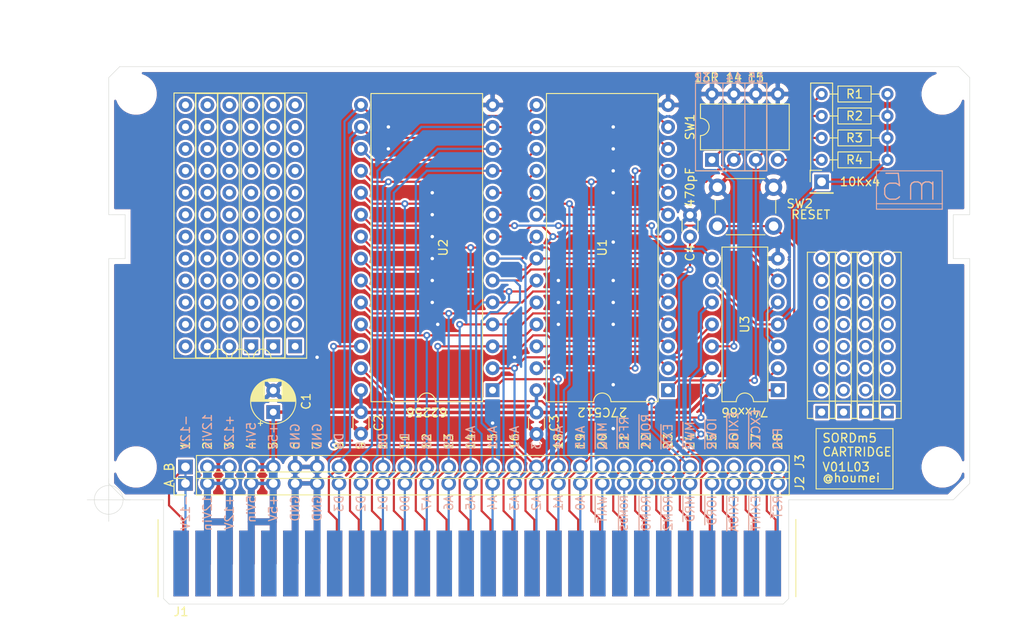
<source format=kicad_pcb>
(kicad_pcb (version 20171130) (host pcbnew "(5.1.8)-1")
  (layers (0 F.Cu signal) (31 B.Cu signal) (34 B.Paste user) (35 F.Paste user) (36 B.SilkS user) (37 F.SilkS user) (38 B.Mask user) (39 F.Mask user) (44 Edge.Cuts user))
  (net 0 "")
  (net 1 GND)
  (net 2 +5V)
  (net 3 -12V)
  (net 4 +12V)
  (net 5 D4)
  (net 6 D5)
  (net 7 D6)
  (net 8 D7)
  (net 9 A8)
  (net 10 A9)
  (net 11 A10)
  (net 12 A11)
  (net 13 A12)
  (net 14 A13)
  (net 15 A14)
  (net 16 A15)
  (net 17 ~MRQ)
  (net 18 ~RFSH)
  (net 19 ~ROM1)
  (net 20 ~EXM)
  (net 21 ~MWR)
  (net 22 ~IOWR)
  (net 23 ~EXIOB)
  (net 24 EXCLK)
  (net 25 PHI)
  (net 26 D3)
  (net 27 D2)
  (net 28 D1)
  (net 29 D0)
  (net 30 A7)
  (net 31 A6)
  (net 32 A5)
  (net 33 A4)
  (net 34 A3)
  (net 35 A2)
  (net 36 A1)
  (net 37 A0)
  (net 38 ~WAIT)
  (net 39 ~ROMDS)
  (net 40 ~ROM0)
  (net 41 ~ROM2)
  (net 42 ~MRD)
  (net 43 ~IORD)
  (net 44 ~EXIOA)
  (net 45 ~EXINT)
  (net 46 ~RST)
  (net 47 A13R)
  (net 48 A14SEL)
  (net 49 A15SEL)
  (net 50 "Net-(R4-Pad2)")
  (net 51 "Net-(U1-Pad26)")
  (net 52 "Net-(U1-Pad20)")
  (net 53 "Net-(U2-Pad20)")
  (net 54 "Net-(U3-Pad3)")
  (module Button_Switch_THT:SW_PUSH_6mm (layer F.Cu) (at 146.685 90.805)
    (fp_text reference SW2 (at 9.525 1.905) (layer F.SilkS))
    (fp_text value SW_Push)
    (pad 1 thru_hole circle (at 6.5 0 90) (size 2 2) (drill 1.1) (layers *.Cu *.Mask) (net 1 GND))
    (pad 2 thru_hole circle (at 6.5 4.5 90) (size 2 2) (drill 1.1) (layers *.Cu *.Mask) (net 46 ~RST))
    (pad 1 thru_hole circle (at 0 0 90) (size 2 2) (drill 1.1) (layers *.Cu *.Mask) (net 1 GND))
    (pad 2 thru_hole circle (at 0 4.5 90) (size 2 2) (drill 1.1) (layers *.Cu *.Mask) (net 46 ~RST))
  )
  (module Resistor_THT:R_Axial_DIN0204_L3.6mm_D1.6mm_P7.62mm_Horizontal (layer F.Cu) (at 166.37 87.63 180)
    (fp_text reference R4 (at 3.81 0) (layer F.SilkS))
    (fp_text value 10K)
    (pad 2 thru_hole oval (at 7.62 0 180) (size 1.4 1.4) (drill 0.7) (layers *.Cu *.Mask) (net 50 "Net-(R4-Pad2)"))
    (pad 1 thru_hole circle (at 0 0 180) (size 1.4 1.4) (drill 0.7) (layers *.Cu *.Mask) (net 2 +5V))
  )
  (module Resistor_THT:R_Axial_DIN0204_L3.6mm_D1.6mm_P7.62mm_Horizontal (layer F.Cu) (at 166.37 85.09 180)
    (fp_text reference R3 (at 3.81 0) (layer F.SilkS))
    (fp_text value 10K)
    (pad 2 thru_hole oval (at 7.62 0 180) (size 1.4 1.4) (drill 0.7) (layers *.Cu *.Mask) (net 49 A15SEL))
    (pad 1 thru_hole circle (at 0 0 180) (size 1.4 1.4) (drill 0.7) (layers *.Cu *.Mask) (net 2 +5V))
  )
  (module Resistor_THT:R_Axial_DIN0204_L3.6mm_D1.6mm_P7.62mm_Horizontal (layer F.Cu) (at 166.37 82.55 180)
    (fp_text reference R2 (at 3.81 0) (layer F.SilkS))
    (fp_text value 10K)
    (pad 2 thru_hole oval (at 7.62 0 180) (size 1.4 1.4) (drill 0.7) (layers *.Cu *.Mask) (net 48 A14SEL))
    (pad 1 thru_hole circle (at 0 0 180) (size 1.4 1.4) (drill 0.7) (layers *.Cu *.Mask) (net 2 +5V))
  )
  (module Resistor_THT:R_Axial_DIN0204_L3.6mm_D1.6mm_P7.62mm_Horizontal (layer F.Cu) (at 166.37 80.01 180)
    (fp_text reference R1 (at 3.81 0) (layer F.SilkS))
    (fp_text value 10K)
    (pad 2 thru_hole oval (at 7.62 0 180) (size 1.4 1.4) (drill 0.7) (layers *.Cu *.Mask) (net 47 A13R))
    (pad 1 thru_hole circle (at 0 0 180) (size 1.4 1.4) (drill 0.7) (layers *.Cu *.Mask) (net 2 +5V))
  )
  (module MountingHole:MountingHole_4.3mm_M4 (layer F.Cu) (at 79.375 80.01)
    (fp_text reference REF** hide)
    (fp_text value MountingHole_4.3mm_M4)
    (pad 1 np_thru_hole circle (at 0 0) (size 4.3 4.3) (drill 4.3) (layers *.Cu *.Mask))
  )
  (module MountingHole:MountingHole_4.3mm_M4 (layer F.Cu) (at 172.72 80.01)
    (fp_text reference REF** hide)
    (fp_text value MountingHole_4.3mm_M4)
    (pad 1 np_thru_hole circle (at 0 0) (size 4.3 4.3) (drill 4.3) (layers *.Cu *.Mask))
  )
  (module MountingHole:MountingHole_4.3mm_M4 (layer F.Cu) (at 79.375 123.19)
    (fp_text reference REF** hide)
    (fp_text value MountingHole_4.3mm_M4)
    (pad 1 np_thru_hole circle (at 0 0) (size 4.3 4.3) (drill 4.3) (layers *.Cu *.Mask))
  )
  (module Capacitor_THT:C_Disc_D3.0mm_W1.6mm_P2.50mm (layer F.Cu) (at 143.51 96.52 90)
    (fp_text reference C4 (at -1.905 0 90) (layer F.SilkS))
    (fp_text value 470pF)
    (pad 2 thru_hole circle (at 2.5 0 90) (size 1.6 1.6) (drill 0.8) (layers *.Cu *.Mask) (net 1 GND))
    (pad 1 thru_hole circle (at 0 0 90) (size 1.6 1.6) (drill 0.8) (layers *.Cu *.Mask) (net 42 ~MRD))
  )
  (module Package_DIP:DIP-24_W7.62mm_Socket (layer F.Cu) (at 92.71 109.22 180)
    (fp_text reference REF** hide)
    (fp_text value DIP-24_W7.62mm_Socket hide)
    (pad 24 thru_hole oval (at 7.62 0 180) (size 1.6 1.6) (drill 0.8) (layers *.Cu *.Mask))
    (pad 12 thru_hole oval (at 0 27.94 180) (size 1.6 1.6) (drill 0.8) (layers *.Cu *.Mask))
    (pad 23 thru_hole oval (at 7.62 2.54 180) (size 1.6 1.6) (drill 0.8) (layers *.Cu *.Mask))
    (pad 11 thru_hole oval (at 0 25.4 180) (size 1.6 1.6) (drill 0.8) (layers *.Cu *.Mask))
    (pad 22 thru_hole oval (at 7.62 5.08 180) (size 1.6 1.6) (drill 0.8) (layers *.Cu *.Mask))
    (pad 10 thru_hole oval (at 0 22.86 180) (size 1.6 1.6) (drill 0.8) (layers *.Cu *.Mask))
    (pad 21 thru_hole oval (at 7.62 7.62 180) (size 1.6 1.6) (drill 0.8) (layers *.Cu *.Mask))
    (pad 9 thru_hole oval (at 0 20.32 180) (size 1.6 1.6) (drill 0.8) (layers *.Cu *.Mask))
    (pad 20 thru_hole oval (at 7.62 10.16 180) (size 1.6 1.6) (drill 0.8) (layers *.Cu *.Mask))
    (pad 8 thru_hole oval (at 0 17.78 180) (size 1.6 1.6) (drill 0.8) (layers *.Cu *.Mask))
    (pad 19 thru_hole oval (at 7.62 12.7 180) (size 1.6 1.6) (drill 0.8) (layers *.Cu *.Mask))
    (pad 7 thru_hole oval (at 0 15.24 180) (size 1.6 1.6) (drill 0.8) (layers *.Cu *.Mask))
    (pad 18 thru_hole oval (at 7.62 15.24 180) (size 1.6 1.6) (drill 0.8) (layers *.Cu *.Mask))
    (pad 6 thru_hole oval (at 0 12.7 180) (size 1.6 1.6) (drill 0.8) (layers *.Cu *.Mask))
    (pad 17 thru_hole oval (at 7.62 17.78 180) (size 1.6 1.6) (drill 0.8) (layers *.Cu *.Mask))
    (pad 5 thru_hole oval (at 0 10.16 180) (size 1.6 1.6) (drill 0.8) (layers *.Cu *.Mask))
    (pad 16 thru_hole oval (at 7.62 20.32 180) (size 1.6 1.6) (drill 0.8) (layers *.Cu *.Mask))
    (pad 4 thru_hole oval (at 0 7.62 180) (size 1.6 1.6) (drill 0.8) (layers *.Cu *.Mask))
    (pad 15 thru_hole oval (at 7.62 22.86 180) (size 1.6 1.6) (drill 0.8) (layers *.Cu *.Mask))
    (pad 3 thru_hole oval (at 0 5.08 180) (size 1.6 1.6) (drill 0.8) (layers *.Cu *.Mask))
    (pad 14 thru_hole oval (at 7.62 25.4 180) (size 1.6 1.6) (drill 0.8) (layers *.Cu *.Mask))
    (pad 2 thru_hole oval (at 0 2.54 180) (size 1.6 1.6) (drill 0.8) (layers *.Cu *.Mask))
    (pad 13 thru_hole oval (at 7.62 27.94 180) (size 1.6 1.6) (drill 0.8) (layers *.Cu *.Mask))
    (pad 1 thru_hole rect (at 0 0 180) (size 1.6 1.6) (drill 0.8) (layers *.Cu *.Mask))
  )
  (module Package_DIP:DIP-24_W7.62mm_Socket (layer F.Cu) (at 95.25 109.22 180)
    (fp_text reference REF** hide)
    (fp_text value DIP-24_W7.62mm_Socket hide)
    (pad 1 thru_hole rect (at 0 0 180) (size 1.6 1.6) (drill 0.8) (layers *.Cu *.Mask))
    (pad 13 thru_hole oval (at 7.62 27.94 180) (size 1.6 1.6) (drill 0.8) (layers *.Cu *.Mask))
    (pad 2 thru_hole oval (at 0 2.54 180) (size 1.6 1.6) (drill 0.8) (layers *.Cu *.Mask))
    (pad 14 thru_hole oval (at 7.62 25.4 180) (size 1.6 1.6) (drill 0.8) (layers *.Cu *.Mask))
    (pad 3 thru_hole oval (at 0 5.08 180) (size 1.6 1.6) (drill 0.8) (layers *.Cu *.Mask))
    (pad 15 thru_hole oval (at 7.62 22.86 180) (size 1.6 1.6) (drill 0.8) (layers *.Cu *.Mask))
    (pad 4 thru_hole oval (at 0 7.62 180) (size 1.6 1.6) (drill 0.8) (layers *.Cu *.Mask))
    (pad 16 thru_hole oval (at 7.62 20.32 180) (size 1.6 1.6) (drill 0.8) (layers *.Cu *.Mask))
    (pad 5 thru_hole oval (at 0 10.16 180) (size 1.6 1.6) (drill 0.8) (layers *.Cu *.Mask))
    (pad 17 thru_hole oval (at 7.62 17.78 180) (size 1.6 1.6) (drill 0.8) (layers *.Cu *.Mask))
    (pad 6 thru_hole oval (at 0 12.7 180) (size 1.6 1.6) (drill 0.8) (layers *.Cu *.Mask))
    (pad 18 thru_hole oval (at 7.62 15.24 180) (size 1.6 1.6) (drill 0.8) (layers *.Cu *.Mask))
    (pad 7 thru_hole oval (at 0 15.24 180) (size 1.6 1.6) (drill 0.8) (layers *.Cu *.Mask))
    (pad 19 thru_hole oval (at 7.62 12.7 180) (size 1.6 1.6) (drill 0.8) (layers *.Cu *.Mask))
    (pad 8 thru_hole oval (at 0 17.78 180) (size 1.6 1.6) (drill 0.8) (layers *.Cu *.Mask))
    (pad 20 thru_hole oval (at 7.62 10.16 180) (size 1.6 1.6) (drill 0.8) (layers *.Cu *.Mask))
    (pad 9 thru_hole oval (at 0 20.32 180) (size 1.6 1.6) (drill 0.8) (layers *.Cu *.Mask))
    (pad 21 thru_hole oval (at 7.62 7.62 180) (size 1.6 1.6) (drill 0.8) (layers *.Cu *.Mask))
    (pad 10 thru_hole oval (at 0 22.86 180) (size 1.6 1.6) (drill 0.8) (layers *.Cu *.Mask))
    (pad 22 thru_hole oval (at 7.62 5.08 180) (size 1.6 1.6) (drill 0.8) (layers *.Cu *.Mask))
    (pad 11 thru_hole oval (at 0 25.4 180) (size 1.6 1.6) (drill 0.8) (layers *.Cu *.Mask))
    (pad 23 thru_hole oval (at 7.62 2.54 180) (size 1.6 1.6) (drill 0.8) (layers *.Cu *.Mask))
    (pad 12 thru_hole oval (at 0 27.94 180) (size 1.6 1.6) (drill 0.8) (layers *.Cu *.Mask))
    (pad 24 thru_hole oval (at 7.62 0 180) (size 1.6 1.6) (drill 0.8) (layers *.Cu *.Mask))
  )
  (module Package_DIP:DIP-24_W7.62mm_Socket (layer F.Cu) (at 97.79 109.22 180)
    (fp_text reference REF** hide)
    (fp_text value DIP-24_W7.62mm_Socket hide)
    (pad 24 thru_hole oval (at 7.62 0 180) (size 1.6 1.6) (drill 0.8) (layers *.Cu *.Mask))
    (pad 12 thru_hole oval (at 0 27.94 180) (size 1.6 1.6) (drill 0.8) (layers *.Cu *.Mask))
    (pad 23 thru_hole oval (at 7.62 2.54 180) (size 1.6 1.6) (drill 0.8) (layers *.Cu *.Mask))
    (pad 11 thru_hole oval (at 0 25.4 180) (size 1.6 1.6) (drill 0.8) (layers *.Cu *.Mask))
    (pad 22 thru_hole oval (at 7.62 5.08 180) (size 1.6 1.6) (drill 0.8) (layers *.Cu *.Mask))
    (pad 10 thru_hole oval (at 0 22.86 180) (size 1.6 1.6) (drill 0.8) (layers *.Cu *.Mask))
    (pad 21 thru_hole oval (at 7.62 7.62 180) (size 1.6 1.6) (drill 0.8) (layers *.Cu *.Mask))
    (pad 9 thru_hole oval (at 0 20.32 180) (size 1.6 1.6) (drill 0.8) (layers *.Cu *.Mask))
    (pad 20 thru_hole oval (at 7.62 10.16 180) (size 1.6 1.6) (drill 0.8) (layers *.Cu *.Mask))
    (pad 8 thru_hole oval (at 0 17.78 180) (size 1.6 1.6) (drill 0.8) (layers *.Cu *.Mask))
    (pad 19 thru_hole oval (at 7.62 12.7 180) (size 1.6 1.6) (drill 0.8) (layers *.Cu *.Mask))
    (pad 7 thru_hole oval (at 0 15.24 180) (size 1.6 1.6) (drill 0.8) (layers *.Cu *.Mask))
    (pad 18 thru_hole oval (at 7.62 15.24 180) (size 1.6 1.6) (drill 0.8) (layers *.Cu *.Mask))
    (pad 6 thru_hole oval (at 0 12.7 180) (size 1.6 1.6) (drill 0.8) (layers *.Cu *.Mask))
    (pad 17 thru_hole oval (at 7.62 17.78 180) (size 1.6 1.6) (drill 0.8) (layers *.Cu *.Mask))
    (pad 5 thru_hole oval (at 0 10.16 180) (size 1.6 1.6) (drill 0.8) (layers *.Cu *.Mask))
    (pad 16 thru_hole oval (at 7.62 20.32 180) (size 1.6 1.6) (drill 0.8) (layers *.Cu *.Mask))
    (pad 4 thru_hole oval (at 0 7.62 180) (size 1.6 1.6) (drill 0.8) (layers *.Cu *.Mask))
    (pad 15 thru_hole oval (at 7.62 22.86 180) (size 1.6 1.6) (drill 0.8) (layers *.Cu *.Mask))
    (pad 3 thru_hole oval (at 0 5.08 180) (size 1.6 1.6) (drill 0.8) (layers *.Cu *.Mask))
    (pad 14 thru_hole oval (at 7.62 25.4 180) (size 1.6 1.6) (drill 0.8) (layers *.Cu *.Mask))
    (pad 2 thru_hole oval (at 0 2.54 180) (size 1.6 1.6) (drill 0.8) (layers *.Cu *.Mask))
    (pad 13 thru_hole oval (at 7.62 27.94 180) (size 1.6 1.6) (drill 0.8) (layers *.Cu *.Mask))
    (pad 1 thru_hole rect (at 0 0 180) (size 1.6 1.6) (drill 0.8) (layers *.Cu *.Mask))
  )
  (module Package_SIP:SIP-8_19x3mm_P2.54mm (layer F.Cu) (at 166.37 116.84 90)
    (fp_text reference REF** hide)
    (fp_text value SIP-8_19x3mm_P2.54mm)
    (pad 8 thru_hole circle (at 17.78 0 180) (size 1.45 1.45) (drill 0.85) (layers *.Cu *.Mask))
    (pad 7 thru_hole circle (at 15.24 0 180) (size 1.45 1.45) (drill 0.85) (layers *.Cu *.Mask))
    (pad 6 thru_hole circle (at 12.7 0 180) (size 1.45 1.45) (drill 0.85) (layers *.Cu *.Mask))
    (pad 5 thru_hole circle (at 10.16 0 180) (size 1.45 1.45) (drill 0.85) (layers *.Cu *.Mask))
    (pad 4 thru_hole circle (at 7.62 0 180) (size 1.45 1.45) (drill 0.85) (layers *.Cu *.Mask))
    (pad 3 thru_hole circle (at 5.08 0 180) (size 1.45 1.45) (drill 0.85) (layers *.Cu *.Mask))
    (pad 2 thru_hole circle (at 2.54 0 180) (size 1.45 1.45) (drill 0.85) (layers *.Cu *.Mask))
    (pad 1 thru_hole rect (at 0 0 180) (size 1.45 1.45) (drill 0.85) (layers *.Cu *.Mask))
  )
  (module Package_SIP:SIP-8_19x3mm_P2.54mm (layer F.Cu) (at 163.83 116.84 90)
    (fp_text reference REF** hide)
    (fp_text value SIP-8_19x3mm_P2.54mm)
    (pad 1 thru_hole rect (at 0 0 180) (size 1.45 1.45) (drill 0.85) (layers *.Cu *.Mask))
    (pad 2 thru_hole circle (at 2.54 0 180) (size 1.45 1.45) (drill 0.85) (layers *.Cu *.Mask))
    (pad 3 thru_hole circle (at 5.08 0 180) (size 1.45 1.45) (drill 0.85) (layers *.Cu *.Mask))
    (pad 4 thru_hole circle (at 7.62 0 180) (size 1.45 1.45) (drill 0.85) (layers *.Cu *.Mask))
    (pad 5 thru_hole circle (at 10.16 0 180) (size 1.45 1.45) (drill 0.85) (layers *.Cu *.Mask))
    (pad 6 thru_hole circle (at 12.7 0 180) (size 1.45 1.45) (drill 0.85) (layers *.Cu *.Mask))
    (pad 7 thru_hole circle (at 15.24 0 180) (size 1.45 1.45) (drill 0.85) (layers *.Cu *.Mask))
    (pad 8 thru_hole circle (at 17.78 0 180) (size 1.45 1.45) (drill 0.85) (layers *.Cu *.Mask))
  )
  (module Package_SIP:SIP-8_19x3mm_P2.54mm (layer F.Cu) (at 161.29 116.84 90)
    (fp_text reference REF** hide)
    (fp_text value SIP-8_19x3mm_P2.54mm)
    (pad 1 thru_hole rect (at 0 0 180) (size 1.45 1.45) (drill 0.85) (layers *.Cu *.Mask))
    (pad 2 thru_hole circle (at 2.54 0 180) (size 1.45 1.45) (drill 0.85) (layers *.Cu *.Mask))
    (pad 3 thru_hole circle (at 5.08 0 180) (size 1.45 1.45) (drill 0.85) (layers *.Cu *.Mask))
    (pad 4 thru_hole circle (at 7.62 0 180) (size 1.45 1.45) (drill 0.85) (layers *.Cu *.Mask))
    (pad 5 thru_hole circle (at 10.16 0 180) (size 1.45 1.45) (drill 0.85) (layers *.Cu *.Mask))
    (pad 6 thru_hole circle (at 12.7 0 180) (size 1.45 1.45) (drill 0.85) (layers *.Cu *.Mask))
    (pad 7 thru_hole circle (at 15.24 0 180) (size 1.45 1.45) (drill 0.85) (layers *.Cu *.Mask))
    (pad 8 thru_hole circle (at 17.78 0 180) (size 1.45 1.45) (drill 0.85) (layers *.Cu *.Mask))
  )
  (module Package_SIP:SIP-8_19x3mm_P2.54mm (layer F.Cu) (at 158.75 116.84 90)
    (fp_text reference REF** hide)
    (fp_text value SIP-8_19x3mm_P2.54mm)
    (pad 8 thru_hole circle (at 17.78 0 180) (size 1.45 1.45) (drill 0.85) (layers *.Cu *.Mask))
    (pad 7 thru_hole circle (at 15.24 0 180) (size 1.45 1.45) (drill 0.85) (layers *.Cu *.Mask))
    (pad 6 thru_hole circle (at 12.7 0 180) (size 1.45 1.45) (drill 0.85) (layers *.Cu *.Mask))
    (pad 5 thru_hole circle (at 10.16 0 180) (size 1.45 1.45) (drill 0.85) (layers *.Cu *.Mask))
    (pad 4 thru_hole circle (at 7.62 0 180) (size 1.45 1.45) (drill 0.85) (layers *.Cu *.Mask))
    (pad 3 thru_hole circle (at 5.08 0 180) (size 1.45 1.45) (drill 0.85) (layers *.Cu *.Mask))
    (pad 2 thru_hole circle (at 2.54 0 180) (size 1.45 1.45) (drill 0.85) (layers *.Cu *.Mask))
    (pad 1 thru_hole rect (at 0 0 180) (size 1.45 1.45) (drill 0.85) (layers *.Cu *.Mask))
  )
  (module MountingHole:MountingHole_4.3mm_M4 (layer F.Cu) (at 172.72 123.19)
    (fp_text reference REF** hide)
    (fp_text value MountingHole_4.3mm_M4)
    (pad 1 np_thru_hole circle (at 0 0) (size 4.3 4.3) (drill 4.3) (layers *.Cu *.Mask))
  )
  (module Connector_PinHeader_2.54mm:PinHeader_1x01_P2.54mm_Vertical (layer F.Cu) (at 158.75 90.17)
    (fp_text reference J4 hide)
    (fp_text value Conn_01x01_Male)
    (pad 1 thru_hole rect (at 0 0) (size 1.7 1.7) (drill 1) (layers *.Cu *.Mask) (net 2 +5V))
  )
  (module Connector_PinHeader_2.54mm:PinHeader_1x28_P2.54mm_Vertical (layer F.Cu) (at 85.09 123.19 90)
    (fp_text reference J3 (at 0.635 71.12 90) (layer F.SilkS))
    (fp_text value Conn_01x28)
    (pad 28 thru_hole oval (at 0 68.58 90) (size 1.7 1.7) (drill 1) (layers *.Cu *.Mask) (net 25 PHI))
    (pad 27 thru_hole oval (at 0 66.04 90) (size 1.7 1.7) (drill 1) (layers *.Cu *.Mask) (net 24 EXCLK))
    (pad 26 thru_hole oval (at 0 63.5 90) (size 1.7 1.7) (drill 1) (layers *.Cu *.Mask) (net 23 ~EXIOB))
    (pad 25 thru_hole oval (at 0 60.96 90) (size 1.7 1.7) (drill 1) (layers *.Cu *.Mask) (net 22 ~IOWR))
    (pad 24 thru_hole oval (at 0 58.42 90) (size 1.7 1.7) (drill 1) (layers *.Cu *.Mask) (net 21 ~MWR))
    (pad 23 thru_hole oval (at 0 55.88 90) (size 1.7 1.7) (drill 1) (layers *.Cu *.Mask) (net 20 ~EXM))
    (pad 22 thru_hole oval (at 0 53.34 90) (size 1.7 1.7) (drill 1) (layers *.Cu *.Mask) (net 19 ~ROM1))
    (pad 21 thru_hole oval (at 0 50.8 90) (size 1.7 1.7) (drill 1) (layers *.Cu *.Mask) (net 18 ~RFSH))
    (pad 20 thru_hole oval (at 0 48.26 90) (size 1.7 1.7) (drill 1) (layers *.Cu *.Mask) (net 17 ~MRQ))
    (pad 19 thru_hole oval (at 0 45.72 90) (size 1.7 1.7) (drill 1) (layers *.Cu *.Mask) (net 16 A15))
    (pad 18 thru_hole oval (at 0 43.18 90) (size 1.7 1.7) (drill 1) (layers *.Cu *.Mask) (net 15 A14))
    (pad 17 thru_hole oval (at 0 40.64 90) (size 1.7 1.7) (drill 1) (layers *.Cu *.Mask) (net 14 A13))
    (pad 16 thru_hole oval (at 0 38.1 90) (size 1.7 1.7) (drill 1) (layers *.Cu *.Mask) (net 13 A12))
    (pad 15 thru_hole oval (at 0 35.56 90) (size 1.7 1.7) (drill 1) (layers *.Cu *.Mask) (net 12 A11))
    (pad 14 thru_hole oval (at 0 33.02 90) (size 1.7 1.7) (drill 1) (layers *.Cu *.Mask) (net 11 A10))
    (pad 13 thru_hole oval (at 0 30.48 90) (size 1.7 1.7) (drill 1) (layers *.Cu *.Mask) (net 10 A9))
    (pad 12 thru_hole oval (at 0 27.94 90) (size 1.7 1.7) (drill 1) (layers *.Cu *.Mask) (net 9 A8))
    (pad 11 thru_hole oval (at 0 25.4 90) (size 1.7 1.7) (drill 1) (layers *.Cu *.Mask) (net 8 D7))
    (pad 10 thru_hole oval (at 0 22.86 90) (size 1.7 1.7) (drill 1) (layers *.Cu *.Mask) (net 7 D6))
    (pad 9 thru_hole oval (at 0 20.32 90) (size 1.7 1.7) (drill 1) (layers *.Cu *.Mask) (net 6 D5))
    (pad 8 thru_hole oval (at 0 17.78 90) (size 1.7 1.7) (drill 1) (layers *.Cu *.Mask) (net 5 D4))
    (pad 7 thru_hole oval (at 0 15.24 90) (size 1.7 1.7) (drill 1) (layers *.Cu *.Mask) (net 1 GND))
    (pad 6 thru_hole oval (at 0 12.7 90) (size 1.7 1.7) (drill 1) (layers *.Cu *.Mask) (net 1 GND))
    (pad 5 thru_hole oval (at 0 10.16 90) (size 1.7 1.7) (drill 1) (layers *.Cu *.Mask) (net 2 +5V))
    (pad 4 thru_hole oval (at 0 7.62 90) (size 1.7 1.7) (drill 1) (layers *.Cu *.Mask) (net 2 +5V))
    (pad 3 thru_hole oval (at 0 5.08 90) (size 1.7 1.7) (drill 1) (layers *.Cu *.Mask) (net 4 +12V))
    (pad 2 thru_hole oval (at 0 2.54 90) (size 1.7 1.7) (drill 1) (layers *.Cu *.Mask) (net 4 +12V))
    (pad 1 thru_hole rect (at 0 0 90) (size 1.7 1.7) (drill 1) (layers *.Cu *.Mask) (net 3 -12V))
  )
  (module Connector_PinHeader_2.54mm:PinHeader_1x28_P2.54mm_Vertical (layer F.Cu) (at 85.09 125.095 90)
    (fp_text reference J2 (at 0 71.12 90) (layer F.SilkS))
    (fp_text value Conn_01x28)
    (pad 28 thru_hole oval (at 0 68.58 90) (size 1.7 1.7) (drill 1) (layers *.Cu *.Mask) (net 46 ~RST))
    (pad 27 thru_hole oval (at 0 66.04 90) (size 1.7 1.7) (drill 1) (layers *.Cu *.Mask) (net 45 ~EXINT))
    (pad 26 thru_hole oval (at 0 63.5 90) (size 1.7 1.7) (drill 1) (layers *.Cu *.Mask) (net 44 ~EXIOA))
    (pad 25 thru_hole oval (at 0 60.96 90) (size 1.7 1.7) (drill 1) (layers *.Cu *.Mask) (net 43 ~IORD))
    (pad 24 thru_hole oval (at 0 58.42 90) (size 1.7 1.7) (drill 1) (layers *.Cu *.Mask) (net 42 ~MRD))
    (pad 23 thru_hole oval (at 0 55.88 90) (size 1.7 1.7) (drill 1) (layers *.Cu *.Mask) (net 41 ~ROM2))
    (pad 22 thru_hole oval (at 0 53.34 90) (size 1.7 1.7) (drill 1) (layers *.Cu *.Mask) (net 40 ~ROM0))
    (pad 21 thru_hole oval (at 0 50.8 90) (size 1.7 1.7) (drill 1) (layers *.Cu *.Mask) (net 39 ~ROMDS))
    (pad 20 thru_hole oval (at 0 48.26 90) (size 1.7 1.7) (drill 1) (layers *.Cu *.Mask) (net 38 ~WAIT))
    (pad 19 thru_hole oval (at 0 45.72 90) (size 1.7 1.7) (drill 1) (layers *.Cu *.Mask) (net 37 A0))
    (pad 18 thru_hole oval (at 0 43.18 90) (size 1.7 1.7) (drill 1) (layers *.Cu *.Mask) (net 36 A1))
    (pad 17 thru_hole oval (at 0 40.64 90) (size 1.7 1.7) (drill 1) (layers *.Cu *.Mask) (net 35 A2))
    (pad 16 thru_hole oval (at 0 38.1 90) (size 1.7 1.7) (drill 1) (layers *.Cu *.Mask) (net 34 A3))
    (pad 15 thru_hole oval (at 0 35.56 90) (size 1.7 1.7) (drill 1) (layers *.Cu *.Mask) (net 33 A4))
    (pad 14 thru_hole oval (at 0 33.02 90) (size 1.7 1.7) (drill 1) (layers *.Cu *.Mask) (net 32 A5))
    (pad 13 thru_hole oval (at 0 30.48 90) (size 1.7 1.7) (drill 1) (layers *.Cu *.Mask) (net 31 A6))
    (pad 12 thru_hole oval (at 0 27.94 90) (size 1.7 1.7) (drill 1) (layers *.Cu *.Mask) (net 30 A7))
    (pad 11 thru_hole oval (at 0 25.4 90) (size 1.7 1.7) (drill 1) (layers *.Cu *.Mask) (net 29 D0))
    (pad 10 thru_hole oval (at 0 22.86 90) (size 1.7 1.7) (drill 1) (layers *.Cu *.Mask) (net 28 D1))
    (pad 9 thru_hole oval (at 0 20.32 90) (size 1.7 1.7) (drill 1) (layers *.Cu *.Mask) (net 27 D2))
    (pad 8 thru_hole oval (at 0 17.78 90) (size 1.7 1.7) (drill 1) (layers *.Cu *.Mask) (net 26 D3))
    (pad 7 thru_hole oval (at 0 15.24 90) (size 1.7 1.7) (drill 1) (layers *.Cu *.Mask) (net 1 GND))
    (pad 6 thru_hole oval (at 0 12.7 90) (size 1.7 1.7) (drill 1) (layers *.Cu *.Mask) (net 1 GND))
    (pad 5 thru_hole oval (at 0 10.16 90) (size 1.7 1.7) (drill 1) (layers *.Cu *.Mask) (net 2 +5V))
    (pad 4 thru_hole oval (at 0 7.62 90) (size 1.7 1.7) (drill 1) (layers *.Cu *.Mask) (net 2 +5V))
    (pad 3 thru_hole oval (at 0 5.08 90) (size 1.7 1.7) (drill 1) (layers *.Cu *.Mask) (net 4 +12V))
    (pad 2 thru_hole oval (at 0 2.54 90) (size 1.7 1.7) (drill 1) (layers *.Cu *.Mask) (net 4 +12V))
    (pad 1 thru_hole rect (at 0 0 90) (size 1.7 1.7) (drill 1) (layers *.Cu *.Mask) (net 3 -12V))
  )
  (module Package_DIP:DIP-8_W7.62mm (layer F.Cu) (at 146.05 87.63 90)
    (fp_text reference SW1 (at 3.81 -2.54 90) (layer F.SilkS))
    (fp_text value SW_DIP_x04)
    (pad 8 thru_hole oval (at 7.62 0 90) (size 1.6 1.6) (drill 0.8) (layers *.Cu *.Mask) (net 1 GND))
    (pad 4 thru_hole oval (at 0 7.62 90) (size 1.6 1.6) (drill 0.8) (layers *.Cu *.Mask) (net 50 "Net-(R4-Pad2)"))
    (pad 7 thru_hole oval (at 7.62 2.54 90) (size 1.6 1.6) (drill 0.8) (layers *.Cu *.Mask) (net 1 GND))
    (pad 3 thru_hole oval (at 0 5.08 90) (size 1.6 1.6) (drill 0.8) (layers *.Cu *.Mask) (net 49 A15SEL))
    (pad 6 thru_hole oval (at 7.62 5.08 90) (size 1.6 1.6) (drill 0.8) (layers *.Cu *.Mask) (net 1 GND))
    (pad 2 thru_hole oval (at 0 2.54 90) (size 1.6 1.6) (drill 0.8) (layers *.Cu *.Mask) (net 48 A14SEL))
    (pad 5 thru_hole oval (at 7.62 7.62 90) (size 1.6 1.6) (drill 0.8) (layers *.Cu *.Mask) (net 1 GND))
    (pad 1 thru_hole rect (at 0 0 90) (size 1.6 1.6) (drill 0.8) (layers *.Cu *.Mask) (net 47 A13R))
  )
  (module Package_DIP:DIP-14_W7.62mm (layer F.Cu) (at 153.67 114.3 180)
    (fp_text reference U3 (at 3.81 7.62 90) (layer F.SilkS))
    (fp_text value 74HC86)
    (pad 14 thru_hole oval (at 7.62 0 180) (size 1.6 1.6) (drill 0.8) (layers *.Cu *.Mask) (net 2 +5V))
    (pad 7 thru_hole oval (at 0 15.24 180) (size 1.6 1.6) (drill 0.8) (layers *.Cu *.Mask) (net 1 GND))
    (pad 13 thru_hole oval (at 7.62 2.54 180) (size 1.6 1.6) (drill 0.8) (layers *.Cu *.Mask) (net 14 A13))
    (pad 6 thru_hole oval (at 0 12.7 180) (size 1.6 1.6) (drill 0.8) (layers *.Cu *.Mask) (net 52 "Net-(U1-Pad20)"))
    (pad 12 thru_hole oval (at 7.62 5.08 180) (size 1.6 1.6) (drill 0.8) (layers *.Cu *.Mask) (net 47 A13R))
    (pad 5 thru_hole oval (at 0 10.16 180) (size 1.6 1.6) (drill 0.8) (layers *.Cu *.Mask) (net 54 "Net-(U3-Pad3)"))
    (pad 11 thru_hole oval (at 7.62 7.62 180) (size 1.6 1.6) (drill 0.8) (layers *.Cu *.Mask) (net 51 "Net-(U1-Pad26)"))
    (pad 4 thru_hole oval (at 0 7.62 180) (size 1.6 1.6) (drill 0.8) (layers *.Cu *.Mask) (net 2 +5V))
    (pad 10 thru_hole oval (at 7.62 10.16 180) (size 1.6 1.6) (drill 0.8) (layers *.Cu *.Mask) (net 16 A15))
    (pad 3 thru_hole oval (at 0 5.08 180) (size 1.6 1.6) (drill 0.8) (layers *.Cu *.Mask) (net 54 "Net-(U3-Pad3)"))
    (pad 9 thru_hole oval (at 7.62 12.7 180) (size 1.6 1.6) (drill 0.8) (layers *.Cu *.Mask) (net 2 +5V))
    (pad 2 thru_hole oval (at 0 2.54 180) (size 1.6 1.6) (drill 0.8) (layers *.Cu *.Mask) (net 19 ~ROM1))
    (pad 8 thru_hole oval (at 7.62 15.24 180) (size 1.6 1.6) (drill 0.8) (layers *.Cu *.Mask) (net 53 "Net-(U2-Pad20)"))
    (pad 1 thru_hole rect (at 0 0 180) (size 1.6 1.6) (drill 0.8) (layers *.Cu *.Mask) (net 41 ~ROM2))
  )
  (module Package_DIP:DIP-28_W15.24mm (layer F.Cu) (at 120.65 114.3 180)
    (fp_text reference U2 (at 5.715 16.51 90) (layer F.SilkS))
    (fp_text value HM62256BLP)
    (pad 28 thru_hole oval (at 15.24 0 180) (size 1.6 1.6) (drill 0.8) (layers *.Cu *.Mask) (net 2 +5V))
    (pad 14 thru_hole oval (at 0 33.02 180) (size 1.6 1.6) (drill 0.8) (layers *.Cu *.Mask) (net 1 GND))
    (pad 27 thru_hole oval (at 15.24 2.54 180) (size 1.6 1.6) (drill 0.8) (layers *.Cu *.Mask) (net 21 ~MWR))
    (pad 13 thru_hole oval (at 0 30.48 180) (size 1.6 1.6) (drill 0.8) (layers *.Cu *.Mask) (net 27 D2))
    (pad 26 thru_hole oval (at 15.24 5.08 180) (size 1.6 1.6) (drill 0.8) (layers *.Cu *.Mask) (net 14 A13))
    (pad 12 thru_hole oval (at 0 27.94 180) (size 1.6 1.6) (drill 0.8) (layers *.Cu *.Mask) (net 28 D1))
    (pad 25 thru_hole oval (at 15.24 7.62 180) (size 1.6 1.6) (drill 0.8) (layers *.Cu *.Mask) (net 9 A8))
    (pad 11 thru_hole oval (at 0 25.4 180) (size 1.6 1.6) (drill 0.8) (layers *.Cu *.Mask) (net 29 D0))
    (pad 24 thru_hole oval (at 15.24 10.16 180) (size 1.6 1.6) (drill 0.8) (layers *.Cu *.Mask) (net 10 A9))
    (pad 10 thru_hole oval (at 0 22.86 180) (size 1.6 1.6) (drill 0.8) (layers *.Cu *.Mask) (net 37 A0))
    (pad 23 thru_hole oval (at 15.24 12.7 180) (size 1.6 1.6) (drill 0.8) (layers *.Cu *.Mask) (net 12 A11))
    (pad 9 thru_hole oval (at 0 20.32 180) (size 1.6 1.6) (drill 0.8) (layers *.Cu *.Mask) (net 36 A1))
    (pad 22 thru_hole oval (at 15.24 15.24 180) (size 1.6 1.6) (drill 0.8) (layers *.Cu *.Mask) (net 42 ~MRD))
    (pad 8 thru_hole oval (at 0 17.78 180) (size 1.6 1.6) (drill 0.8) (layers *.Cu *.Mask) (net 35 A2))
    (pad 21 thru_hole oval (at 15.24 17.78 180) (size 1.6 1.6) (drill 0.8) (layers *.Cu *.Mask) (net 11 A10))
    (pad 7 thru_hole oval (at 0 15.24 180) (size 1.6 1.6) (drill 0.8) (layers *.Cu *.Mask) (net 34 A3))
    (pad 20 thru_hole oval (at 15.24 20.32 180) (size 1.6 1.6) (drill 0.8) (layers *.Cu *.Mask) (net 53 "Net-(U2-Pad20)"))
    (pad 6 thru_hole oval (at 0 12.7 180) (size 1.6 1.6) (drill 0.8) (layers *.Cu *.Mask) (net 33 A4))
    (pad 19 thru_hole oval (at 15.24 22.86 180) (size 1.6 1.6) (drill 0.8) (layers *.Cu *.Mask) (net 8 D7))
    (pad 5 thru_hole oval (at 0 10.16 180) (size 1.6 1.6) (drill 0.8) (layers *.Cu *.Mask) (net 32 A5))
    (pad 18 thru_hole oval (at 15.24 25.4 180) (size 1.6 1.6) (drill 0.8) (layers *.Cu *.Mask) (net 7 D6))
    (pad 4 thru_hole oval (at 0 7.62 180) (size 1.6 1.6) (drill 0.8) (layers *.Cu *.Mask) (net 31 A6))
    (pad 17 thru_hole oval (at 15.24 27.94 180) (size 1.6 1.6) (drill 0.8) (layers *.Cu *.Mask) (net 6 D5))
    (pad 3 thru_hole oval (at 0 5.08 180) (size 1.6 1.6) (drill 0.8) (layers *.Cu *.Mask) (net 30 A7))
    (pad 16 thru_hole oval (at 15.24 30.48 180) (size 1.6 1.6) (drill 0.8) (layers *.Cu *.Mask) (net 5 D4))
    (pad 2 thru_hole oval (at 0 2.54 180) (size 1.6 1.6) (drill 0.8) (layers *.Cu *.Mask) (net 13 A12))
    (pad 15 thru_hole oval (at 15.24 33.02 180) (size 1.6 1.6) (drill 0.8) (layers *.Cu *.Mask) (net 26 D3))
    (pad 1 thru_hole rect (at 0 0 180) (size 1.6 1.6) (drill 0.8) (layers *.Cu *.Mask) (net 15 A14))
  )
  (module Package_DIP:DIP-28_W15.24mm (layer F.Cu) (at 140.97 114.3 180)
    (fp_text reference U1 (at 7.62 16.51 90) (layer F.SilkS))
    (fp_text value 27C512)
    (pad 28 thru_hole oval (at 15.24 0 180) (size 1.6 1.6) (drill 0.8) (layers *.Cu *.Mask) (net 2 +5V))
    (pad 14 thru_hole oval (at 0 33.02 180) (size 1.6 1.6) (drill 0.8) (layers *.Cu *.Mask) (net 1 GND))
    (pad 27 thru_hole oval (at 15.24 2.54 180) (size 1.6 1.6) (drill 0.8) (layers *.Cu *.Mask) (net 48 A14SEL))
    (pad 13 thru_hole oval (at 0 30.48 180) (size 1.6 1.6) (drill 0.8) (layers *.Cu *.Mask) (net 27 D2))
    (pad 26 thru_hole oval (at 15.24 5.08 180) (size 1.6 1.6) (drill 0.8) (layers *.Cu *.Mask) (net 51 "Net-(U1-Pad26)"))
    (pad 12 thru_hole oval (at 0 27.94 180) (size 1.6 1.6) (drill 0.8) (layers *.Cu *.Mask) (net 28 D1))
    (pad 25 thru_hole oval (at 15.24 7.62 180) (size 1.6 1.6) (drill 0.8) (layers *.Cu *.Mask) (net 9 A8))
    (pad 11 thru_hole oval (at 0 25.4 180) (size 1.6 1.6) (drill 0.8) (layers *.Cu *.Mask) (net 29 D0))
    (pad 24 thru_hole oval (at 15.24 10.16 180) (size 1.6 1.6) (drill 0.8) (layers *.Cu *.Mask) (net 10 A9))
    (pad 10 thru_hole oval (at 0 22.86 180) (size 1.6 1.6) (drill 0.8) (layers *.Cu *.Mask) (net 37 A0))
    (pad 23 thru_hole oval (at 15.24 12.7 180) (size 1.6 1.6) (drill 0.8) (layers *.Cu *.Mask) (net 12 A11))
    (pad 9 thru_hole oval (at 0 20.32 180) (size 1.6 1.6) (drill 0.8) (layers *.Cu *.Mask) (net 36 A1))
    (pad 22 thru_hole oval (at 15.24 15.24 180) (size 1.6 1.6) (drill 0.8) (layers *.Cu *.Mask) (net 42 ~MRD))
    (pad 8 thru_hole oval (at 0 17.78 180) (size 1.6 1.6) (drill 0.8) (layers *.Cu *.Mask) (net 35 A2))
    (pad 21 thru_hole oval (at 15.24 17.78 180) (size 1.6 1.6) (drill 0.8) (layers *.Cu *.Mask) (net 11 A10))
    (pad 7 thru_hole oval (at 0 15.24 180) (size 1.6 1.6) (drill 0.8) (layers *.Cu *.Mask) (net 34 A3))
    (pad 20 thru_hole oval (at 15.24 20.32 180) (size 1.6 1.6) (drill 0.8) (layers *.Cu *.Mask) (net 52 "Net-(U1-Pad20)"))
    (pad 6 thru_hole oval (at 0 12.7 180) (size 1.6 1.6) (drill 0.8) (layers *.Cu *.Mask) (net 33 A4))
    (pad 19 thru_hole oval (at 15.24 22.86 180) (size 1.6 1.6) (drill 0.8) (layers *.Cu *.Mask) (net 8 D7))
    (pad 5 thru_hole oval (at 0 10.16 180) (size 1.6 1.6) (drill 0.8) (layers *.Cu *.Mask) (net 32 A5))
    (pad 18 thru_hole oval (at 15.24 25.4 180) (size 1.6 1.6) (drill 0.8) (layers *.Cu *.Mask) (net 7 D6))
    (pad 4 thru_hole oval (at 0 7.62 180) (size 1.6 1.6) (drill 0.8) (layers *.Cu *.Mask) (net 31 A6))
    (pad 17 thru_hole oval (at 15.24 27.94 180) (size 1.6 1.6) (drill 0.8) (layers *.Cu *.Mask) (net 6 D5))
    (pad 3 thru_hole oval (at 0 5.08 180) (size 1.6 1.6) (drill 0.8) (layers *.Cu *.Mask) (net 30 A7))
    (pad 16 thru_hole oval (at 15.24 30.48 180) (size 1.6 1.6) (drill 0.8) (layers *.Cu *.Mask) (net 5 D4))
    (pad 2 thru_hole oval (at 0 2.54 180) (size 1.6 1.6) (drill 0.8) (layers *.Cu *.Mask) (net 13 A12))
    (pad 15 thru_hole oval (at 15.24 33.02 180) (size 1.6 1.6) (drill 0.8) (layers *.Cu *.Mask) (net 26 D3))
    (pad 1 thru_hole rect (at 0 0 180) (size 1.6 1.6) (drill 0.8) (layers *.Cu *.Mask) (net 49 A15SEL))
  )
  (module 00LIB:SORDm5_CARTRIDGE_28P (layer F.Cu) (at 84.582 133.096)
    (fp_text reference J1 (at 0 6.858) (layer F.SilkS))
    (fp_text value Conn_02x28_Top_Bottom)
    (pad 29 connect rect (at 0 1.27) (size 1.78 7.62) (layers F.Cu F.Mask) (net 3 -12V))
    (pad 30 connect rect (at 2.54 1.27) (size 1.78 7.62) (layers F.Cu F.Mask) (net 4 +12V))
    (pad 31 connect rect (at 5.08 1.27) (size 1.78 7.62) (layers F.Cu F.Mask) (net 4 +12V))
    (pad 32 connect rect (at 7.62 1.27) (size 1.78 7.62) (layers F.Cu F.Mask) (net 2 +5V))
    (pad 33 connect rect (at 10.16 1.27) (size 1.78 7.62) (layers F.Cu F.Mask) (net 2 +5V))
    (pad 34 connect rect (at 12.7 1.27) (size 1.78 7.62) (layers F.Cu F.Mask) (net 1 GND))
    (pad 35 connect rect (at 15.24 1.27) (size 1.78 7.62) (layers F.Cu F.Mask) (net 1 GND))
    (pad 36 connect rect (at 17.78 1.27) (size 1.78 7.62) (layers F.Cu F.Mask) (net 5 D4))
    (pad 37 connect rect (at 20.32 1.27) (size 1.78 7.62) (layers F.Cu F.Mask) (net 6 D5))
    (pad 38 connect rect (at 22.86 1.27) (size 1.78 7.62) (layers F.Cu F.Mask) (net 7 D6))
    (pad 39 connect rect (at 25.4 1.27) (size 1.78 7.62) (layers F.Cu F.Mask) (net 8 D7))
    (pad 40 connect rect (at 27.94 1.27) (size 1.78 7.62) (layers F.Cu F.Mask) (net 9 A8))
    (pad 41 connect rect (at 30.48 1.27) (size 1.78 7.62) (layers F.Cu F.Mask) (net 10 A9))
    (pad 42 connect rect (at 33.02 1.27) (size 1.78 7.62) (layers F.Cu F.Mask) (net 11 A10))
    (pad 43 connect rect (at 35.56 1.27) (size 1.78 7.62) (layers F.Cu F.Mask) (net 12 A11))
    (pad 44 connect rect (at 38.1 1.27) (size 1.78 7.62) (layers F.Cu F.Mask) (net 13 A12))
    (pad 45 connect rect (at 40.64 1.27) (size 1.78 7.62) (layers F.Cu F.Mask) (net 14 A13))
    (pad 46 connect rect (at 43.18 1.27) (size 1.78 7.62) (layers F.Cu F.Mask) (net 15 A14))
    (pad 47 connect rect (at 45.72 1.27) (size 1.78 7.62) (layers F.Cu F.Mask) (net 16 A15))
    (pad 48 connect rect (at 48.26 1.27) (size 1.78 7.62) (layers F.Cu F.Mask) (net 17 ~MRQ))
    (pad 49 connect rect (at 50.8 1.27) (size 1.78 7.62) (layers F.Cu F.Mask) (net 18 ~RFSH))
    (pad 50 connect rect (at 53.34 1.27) (size 1.78 7.62) (layers F.Cu F.Mask) (net 19 ~ROM1))
    (pad 51 connect rect (at 55.88 1.27) (size 1.78 7.62) (layers F.Cu F.Mask) (net 20 ~EXM))
    (pad 52 connect rect (at 58.42 1.27) (size 1.78 7.62) (layers F.Cu F.Mask) (net 21 ~MWR))
    (pad 53 connect rect (at 60.96 1.27) (size 1.78 7.62) (layers F.Cu F.Mask) (net 22 ~IOWR))
    (pad 54 connect rect (at 63.5 1.27) (size 1.78 7.62) (layers F.Cu F.Mask) (net 23 ~EXIOB))
    (pad 55 connect rect (at 66.04 1.27) (size 1.78 7.62) (layers F.Cu F.Mask) (net 24 EXCLK))
    (pad 56 connect rect (at 68.58 1.27) (size 1.78 7.62) (layers F.Cu F.Mask) (net 25 PHI))
    (pad 1 connect rect (at 0 1.27) (size 1.78 7.62) (layers B.Cu B.Mask) (net 3 -12V))
    (pad 2 connect rect (at 2.54 1.27) (size 1.78 7.62) (layers B.Cu B.Mask) (net 4 +12V))
    (pad 3 connect rect (at 5.08 1.27) (size 1.78 7.62) (layers B.Cu B.Mask) (net 4 +12V))
    (pad 4 connect rect (at 7.62 1.27) (size 1.78 7.62) (layers B.Cu B.Mask) (net 2 +5V))
    (pad 5 connect rect (at 10.16 1.27) (size 1.78 7.62) (layers B.Cu B.Mask) (net 2 +5V))
    (pad 6 connect rect (at 12.7 1.27) (size 1.78 7.62) (layers B.Cu B.Mask) (net 1 GND))
    (pad 7 connect rect (at 15.24 1.27) (size 1.78 7.62) (layers B.Cu B.Mask) (net 1 GND))
    (pad 8 connect rect (at 17.78 1.27) (size 1.78 7.62) (layers B.Cu B.Mask) (net 26 D3))
    (pad 9 connect rect (at 20.32 1.27) (size 1.78 7.62) (layers B.Cu B.Mask) (net 27 D2))
    (pad 10 connect rect (at 22.86 1.27) (size 1.78 7.62) (layers B.Cu B.Mask) (net 28 D1))
    (pad 11 connect rect (at 25.4 1.27) (size 1.78 7.62) (layers B.Cu B.Mask) (net 29 D0))
    (pad 12 connect rect (at 27.94 1.27) (size 1.78 7.62) (layers B.Cu B.Mask) (net 30 A7))
    (pad 13 connect rect (at 30.48 1.27) (size 1.78 7.62) (layers B.Cu B.Mask) (net 31 A6))
    (pad 14 connect rect (at 33.02 1.27) (size 1.78 7.62) (layers B.Cu B.Mask) (net 32 A5))
    (pad 15 connect rect (at 35.56 1.27) (size 1.78 7.62) (layers B.Cu B.Mask) (net 33 A4))
    (pad 16 connect rect (at 38.1 1.27) (size 1.78 7.62) (layers B.Cu B.Mask) (net 34 A3))
    (pad 17 connect rect (at 40.64 1.27) (size 1.78 7.62) (layers B.Cu B.Mask) (net 35 A2))
    (pad 18 connect rect (at 43.18 1.27) (size 1.78 7.62) (layers B.Cu B.Mask) (net 36 A1))
    (pad 19 connect rect (at 45.72 1.27) (size 1.78 7.62) (layers B.Cu B.Mask) (net 37 A0))
    (pad 20 connect rect (at 48.26 1.27) (size 1.78 7.62) (layers B.Cu B.Mask) (net 38 ~WAIT))
    (pad 21 connect rect (at 50.8 1.27) (size 1.78 7.62) (layers B.Cu B.Mask) (net 39 ~ROMDS))
    (pad 22 connect rect (at 53.34 1.27) (size 1.78 7.62) (layers B.Cu B.Mask) (net 40 ~ROM0))
    (pad 23 connect rect (at 55.88 1.27) (size 1.78 7.62) (layers B.Cu B.Mask) (net 41 ~ROM2))
    (pad 24 connect rect (at 58.42 1.27) (size 1.78 7.62) (layers B.Cu B.Mask) (net 42 ~MRD))
    (pad 25 connect rect (at 60.96 1.27) (size 1.78 7.62) (layers B.Cu B.Mask) (net 43 ~IORD))
    (pad 26 connect rect (at 63.5 1.27) (size 1.78 7.62) (layers B.Cu B.Mask) (net 44 ~EXIOA))
    (pad 27 connect rect (at 66.04 1.27) (size 1.78 7.62) (layers B.Cu B.Mask) (net 45 ~EXINT))
    (pad 28 connect rect (at 68.58 1.27) (size 1.78 7.62) (layers B.Cu B.Mask) (net 46 ~RST))
  )
  (module Capacitor_THT:C_Disc_D3.0mm_W1.6mm_P2.50mm (layer F.Cu) (at 125.73 116.88 270)
    (fp_text reference C3 (at 1.25 -2.05 90) (layer F.SilkS))
    (fp_text value 0.1uF)
    (pad 2 thru_hole circle (at 2.5 0 270) (size 1.6 1.6) (drill 0.8) (layers *.Cu *.Mask) (net 1 GND))
    (pad 1 thru_hole circle (at 0 0 270) (size 1.6 1.6) (drill 0.8) (layers *.Cu *.Mask) (net 2 +5V))
  )
  (module Capacitor_THT:C_Disc_D3.0mm_W1.6mm_P2.50mm (layer F.Cu) (at 105.41 116.84 270)
    (fp_text reference C2 (at 1.25 -2.05 90) (layer F.SilkS))
    (fp_text value 0.1uF)
    (pad 2 thru_hole circle (at 2.5 0 270) (size 1.6 1.6) (drill 0.8) (layers *.Cu *.Mask) (net 1 GND))
    (pad 1 thru_hole circle (at 0 0 270) (size 1.6 1.6) (drill 0.8) (layers *.Cu *.Mask) (net 2 +5V))
  )
  (module Capacitor_THT:CP_Radial_D5.0mm_P2.50mm (layer F.Cu) (at 95.25 116.84 90)
    (fp_text reference C1 (at 1.25 3.81 90) (layer F.SilkS))
    (fp_text value 3.3uF)
    (pad 2 thru_hole circle (at 2.5 0 90) (size 1.6 1.6) (drill 0.8) (layers *.Cu *.Mask) (net 1 GND))
    (pad 1 thru_hole rect (at 0 0 90) (size 1.6 1.6) (drill 0.8) (layers *.Cu *.Mask) (net 2 +5V))
  )
  (gr_line (start 154.305 139.065) (end 83.185 139.065) (layer Edge.Cuts) (width 0.05))
  (gr_line (start 173.99 127) (end 154.94 127) (layer Edge.Cuts) (width 0.05))
  (gr_text RESET (at 157.48 93.98) (layer F.SilkS) (effects (font (size 1 1))))
  (gr_line (start 172.72 93.345) (end 172.72 92.71) (layer B.SilkS) (width 0.12))
  (gr_line (start 165.1 93.345) (end 172.72 93.345) (layer B.SilkS) (width 0.12))
  (gr_line (start 165.1 92.71) (end 165.1 93.345) (layer B.SilkS) (width 0.12))
  (gr_line (start 172.72 92.71) (end 172.72 88.9) (layer B.SilkS) (width 0.12))
  (gr_line (start 165.1 92.71) (end 172.72 92.71) (layer B.SilkS) (width 0.12))
  (gr_line (start 165.1 88.9) (end 165.1 92.71) (layer B.SilkS) (width 0.12))
  (gr_line (start 149.86 78.74) (end 149.86 88.9) (layer B.SilkS) (width 0.12))
  (gr_line (start 147.32 78.74) (end 147.32 88.9) (layer B.SilkS) (width 0.12))
  (gr_line (start 144.145 88.9) (end 144.145 78.74) (layer B.SilkS) (width 0.12))
  (gr_line (start 152.4 88.9) (end 144.145 88.9) (layer B.SilkS) (width 0.12))
  (gr_line (start 152.4 78.74) (end 152.4 88.9) (layer B.SilkS) (width 0.12))
  (gr_line (start 144.145 78.74) (end 152.4 78.74) (layer B.SilkS) (width 0.12))
  (gr_text 13R (at 145.415 78.105) (layer B.SilkS) (effects (font (size 1 1)) (justify mirror)))
  (gr_text 14 (at 148.59 78.105) (layer B.SilkS) (effects (font (size 1 1)) (justify mirror)))
  (gr_text 15 (at 151.13 78.105) (layer B.SilkS) (effects (font (size 1 1)) (justify mirror)))
  (gr_line (start 165.1 88.9) (end 172.72 88.9) (layer B.SilkS) (width 0.12))
  (gr_text m5 (at 168.91 90.805) (layer B.SilkS) (effects (font (size 3 3)) (justify mirror)))
  (gr_text 470pF (at 143.51 90.805 90) (layer F.SilkS) (effects (font (size 1 1))))
  (gr_line (start 167.005 118.745) (end 158.115 118.745) (layer F.SilkS) (width 0.12))
  (gr_line (start 167.005 125.73) (end 167.005 118.745) (layer F.SilkS) (width 0.12))
  (gr_line (start 158.115 125.73) (end 167.005 125.73) (layer F.SilkS) (width 0.12))
  (gr_line (start 158.115 118.745) (end 158.115 125.73) (layer F.SilkS) (width 0.12))
  (gr_text @houmei (at 158.75 124.46) (layer F.SilkS) (effects (font (size 1 1)) (justify left)))
  (gr_text V01L03 (at 158.75 123.19) (layer F.SilkS) (effects (font (size 1 1)) (justify left)))
  (gr_text "SORDm5\nCARTRIDGE" (at 158.75 120.65) (layer F.SilkS) (effects (font (size 1 1)) (justify left)))
  (gr_text 28 (at 153.67 121.285 90) (layer F.SilkS) (effects (font (size 1 1)) (justify left)))
  (gr_text 27 (at 151.13 121.285 90) (layer F.SilkS) (effects (font (size 1 1)) (justify left)))
  (gr_text 26 (at 148.59 121.285 90) (layer F.SilkS) (effects (font (size 1 1)) (justify left)))
  (gr_text 25 (at 146.05 121.285 90) (layer F.SilkS) (effects (font (size 1 1)) (justify left)))
  (gr_text 24 (at 143.51 121.285 90) (layer F.SilkS) (effects (font (size 1 1)) (justify left)))
  (gr_text 23 (at 140.97 121.285 90) (layer F.SilkS) (effects (font (size 1 1)) (justify left)))
  (gr_text 22 (at 138.43 121.285 90) (layer F.SilkS) (effects (font (size 1 1)) (justify left)))
  (gr_text 21 (at 135.89 121.285 90) (layer F.SilkS) (effects (font (size 1 1)) (justify left)))
  (gr_text 20 (at 133.35 121.285 90) (layer F.SilkS) (effects (font (size 1 1)) (justify left)))
  (gr_text 19 (at 130.81 121.285 90) (layer F.SilkS) (effects (font (size 1 1)) (justify left)))
  (gr_text 18 (at 128.27 121.285 90) (layer F.SilkS) (effects (font (size 1 1)) (justify left)))
  (gr_text 16 (at 123.19 121.285 90) (layer F.SilkS) (effects (font (size 1 1)) (justify left)))
  (gr_text 15 (at 120.65 121.285 90) (layer F.SilkS) (effects (font (size 1 1)) (justify left)))
  (gr_text 14 (at 118.11 121.285 90) (layer F.SilkS) (effects (font (size 1 1)) (justify left)))
  (gr_text 13 (at 115.57 121.285 90) (layer F.SilkS) (effects (font (size 1 1)) (justify left)))
  (gr_text 12 (at 113.03 121.285 90) (layer F.SilkS) (effects (font (size 1 1)) (justify left)))
  (gr_text 11 (at 110.49 121.285 90) (layer F.SilkS) (effects (font (size 1 1)) (justify left)))
  (gr_text 10 (at 107.95 121.285 90) (layer F.SilkS) (effects (font (size 1 1)) (justify left)))
  (gr_text 9 (at 105.41 121.285 90) (layer F.SilkS) (effects (font (size 1 1)) (justify left)))
  (gr_text 8 (at 102.87 121.285 90) (layer F.SilkS) (effects (font (size 1 1)) (justify left)))
  (gr_text 7 (at 100.33 121.285 90) (layer F.SilkS) (effects (font (size 1 1)) (justify left)))
  (gr_text 6 (at 97.79 121.285 90) (layer F.SilkS) (effects (font (size 1 1)) (justify left)))
  (gr_text 5 (at 95.25 121.285 90) (layer F.SilkS) (effects (font (size 1 1)) (justify left)))
  (gr_text 4 (at 92.71 121.285 90) (layer F.SilkS) (effects (font (size 1 1)) (justify left)))
  (gr_text 3 (at 90.17 121.285 90) (layer F.SilkS) (effects (font (size 1 1)) (justify left)))
  (gr_text 2 (at 87.63 121.285 90) (layer F.SilkS) (effects (font (size 1 1)) (justify left)))
  (gr_text 1 (at 85.09 121.285 90) (layer F.SilkS) (effects (font (size 1 1)) (justify left)))
  (gr_text PHI (at 153.67 121.285 90) (layer B.SilkS) (effects (font (size 1 1)) (justify right mirror)))
  (gr_text ~EXCLK (at 151.13 121.285 90) (layer B.SilkS) (effects (font (size 1 1)) (justify right mirror)))
  (gr_text ~EXIOB (at 148.59 121.285 90) (layer B.SilkS) (effects (font (size 1 1)) (justify right mirror)))
  (gr_text ~IOWR (at 146.05 121.285 90) (layer B.SilkS) (effects (font (size 1 1)) (justify right mirror)))
  (gr_text ~MWR (at 143.51 121.285 90) (layer B.SilkS) (effects (font (size 1 1)) (justify right mirror)))
  (gr_text ~EXM (at 140.97 121.285 90) (layer B.SilkS) (effects (font (size 1 1)) (justify right mirror)))
  (gr_text ~ROM1 (at 138.43 121.285 90) (layer B.SilkS) (effects (font (size 1 1)) (justify right mirror)))
  (gr_text ~RFSH (at 135.89 121.285 90) (layer B.SilkS) (effects (font (size 1 1)) (justify right mirror)))
  (gr_text ~MRQ (at 133.35 121.285 90) (layer B.SilkS) (effects (font (size 1 1)) (justify right mirror)))
  (gr_text 3 (at 125.73 121.285 90) (layer B.SilkS) (effects (font (size 1 1)) (justify right mirror)))
  (gr_text A15 (at 130.81 121.285 90) (layer B.SilkS) (effects (font (size 1 1)) (justify right mirror)))
  (gr_text A14 (at 128.27 121.285 90) (layer B.SilkS) (effects (font (size 1 1)) (justify right mirror)))
  (gr_text A12 (at 123.19 121.285 90) (layer B.SilkS) (effects (font (size 1 1)) (justify right mirror)))
  (gr_text A11 (at 120.65 121.285 90) (layer B.SilkS) (effects (font (size 1 1)) (justify right mirror)))
  (gr_text A10 (at 118.11 121.285 90) (layer B.SilkS) (effects (font (size 1 1)) (justify right mirror)))
  (gr_text A9 (at 115.57 121.285 90) (layer B.SilkS) (effects (font (size 1 1)) (justify right mirror)))
  (gr_text A8 (at 113.03 121.285 90) (layer B.SilkS) (effects (font (size 1 1)) (justify right mirror)))
  (gr_text D7 (at 110.49 121.285 90) (layer B.SilkS) (effects (font (size 1 1)) (justify right mirror)))
  (gr_text 5 (at 105.41 121.285 90) (layer B.SilkS) (effects (font (size 1 1)) (justify right mirror)))
  (gr_text D6 (at 107.95 121.285 90) (layer B.SilkS) (effects (font (size 1 1)) (justify right mirror)))
  (gr_text D4 (at 102.87 121.285 90) (layer B.SilkS) (effects (font (size 1 1)) (justify right mirror)))
  (gr_text GND (at 100.33 121.285 90) (layer B.SilkS) (effects (font (size 1 1)) (justify right mirror)))
  (gr_text GND (at 97.79 121.285 90) (layer B.SilkS) (effects (font (size 1 1)) (justify right mirror)))
  (gr_text +5V (at 95.25 121.285 90) (layer B.SilkS) (effects (font (size 1 1)) (justify right mirror)))
  (gr_text 5Vin (at 92.71 121.285 90) (layer B.SilkS) (effects (font (size 1 1)) (justify right mirror)))
  (gr_text +12V (at 90.17 121.285 90) (layer B.SilkS) (effects (font (size 1 1)) (justify right mirror)))
  (gr_text 12Vin (at 87.63 121.285 90) (layer B.SilkS) (effects (font (size 1 1)) (justify right mirror)))
  (gr_text -12V (at 85.09 121.285 90) (layer B.SilkS) (effects (font (size 1 1)) (justify right mirror)))
  (gr_text ~RST (at 153.67 126.365 90) (layer B.SilkS) (effects (font (size 1 1)) (justify left mirror)))
  (gr_text ~EXINT (at 151.13 126.365 90) (layer B.SilkS) (effects (font (size 1 1)) (justify left mirror)))
  (gr_text ~EXIOA (at 148.59 126.365 90) (layer B.SilkS) (effects (font (size 1 1)) (justify left mirror)))
  (gr_text ~IORD (at 146.05 126.365 90) (layer B.SilkS) (effects (font (size 1 1)) (justify left mirror)))
  (gr_text ~MRD (at 143.51 126.365 90) (layer B.SilkS) (effects (font (size 1 1)) (justify left mirror)))
  (gr_text ~ROM2 (at 140.97 126.365 90) (layer B.SilkS) (effects (font (size 1 1)) (justify left mirror)))
  (gr_text ~ROM0 (at 138.43 126.365 90) (layer B.SilkS) (effects (font (size 1 1)) (justify left mirror)))
  (gr_text ~ROMDS (at 135.89 126.365 90) (layer B.SilkS) (effects (font (size 0.8 0.8)) (justify left mirror)))
  (gr_text ~WAIT (at 133.35 126.365 90) (layer B.SilkS) (effects (font (size 1 1)) (justify left mirror)))
  (gr_text A0 (at 130.81 126.365 90) (layer B.SilkS) (effects (font (size 1 1)) (justify left mirror)))
  (gr_text A1 (at 128.27 126.365 90) (layer B.SilkS) (effects (font (size 1 1)) (justify left mirror)))
  (gr_text A2 (at 125.73 126.365 90) (layer B.SilkS) (effects (font (size 1 1)) (justify left mirror)))
  (gr_text A3 (at 123.19 126.365 90) (layer B.SilkS) (effects (font (size 1 1)) (justify left mirror)))
  (gr_text A4 (at 120.65 126.365 90) (layer B.SilkS) (effects (font (size 1 1)) (justify left mirror)))
  (gr_text A5 (at 118.11 126.365 90) (layer B.SilkS) (effects (font (size 1 1)) (justify left mirror)))
  (gr_text A6 (at 115.57 126.365 90) (layer B.SilkS) (effects (font (size 1 1)) (justify left mirror)))
  (gr_text A7 (at 113.03 126.365 90) (layer B.SilkS) (effects (font (size 1 1)) (justify left mirror)))
  (gr_text D0 (at 110.49 126.365 90) (layer B.SilkS) (effects (font (size 1 1)) (justify left mirror)))
  (gr_text D1 (at 107.95 126.365 90) (layer B.SilkS) (effects (font (size 1 1)) (justify left mirror)))
  (gr_text D2 (at 105.41 126.365 90) (layer B.SilkS) (effects (font (size 1 1)) (justify left mirror)))
  (gr_text D3 (at 102.87 126.365 90) (layer B.SilkS) (effects (font (size 1 1)) (justify left mirror)))
  (gr_text GND (at 100.33 126.365 90) (layer B.SilkS) (effects (font (size 1 1)) (justify left mirror)))
  (gr_text GND (at 97.79 126.365 90) (layer B.SilkS) (effects (font (size 1 1)) (justify left mirror)))
  (gr_text +5V (at 95.25 126.365 90) (layer B.SilkS) (effects (font (size 1 1)) (justify left mirror)))
  (gr_text 5Vin (at 92.71 126.365 90) (layer B.SilkS) (effects (font (size 1 1)) (justify left mirror)))
  (gr_text +12V (at 90.17 126.365 90) (layer B.SilkS) (effects (font (size 1 1)) (justify left mirror)))
  (gr_text -12V (at 85.09 126.365 90) (layer B.SilkS) (effects (font (size 1 1)) (justify left mirror)))
  (gr_text 12Vin (at 87.63 126.365 90) (layer B.SilkS) (effects (font (size 1 1)) (justify left mirror)))
  (gr_text B (at 83.185 123.19 90) (layer F.SilkS) (effects (font (size 1 1))))
  (gr_text A (at 83.185 125.095 90) (layer F.SilkS) (effects (font (size 1 1))))
  (gr_text 10Kx4 (at 163.195 90.17) (layer F.SilkS) (effects (font (size 1 1))))
  (gr_text 62256 (at 113.03 116.84 180) (layer F.SilkS) (effects (font (size 1 1))))
  (gr_text 27C512 (at 133.35 116.84 180) (layer F.SilkS) (effects (font (size 1 1))))
  (gr_text 74xx86 (at 149.86 116.84 180) (layer F.SilkS) (effects (font (size 1 1))))
  (gr_line (start 144.145 78.74) (end 152.4 78.74) (layer F.SilkS) (width 0.12))
  (gr_line (start 144.145 88.9) (end 144.145 78.74) (layer F.SilkS) (width 0.12))
  (gr_line (start 152.4 88.9) (end 144.145 88.9) (layer F.SilkS) (width 0.12))
  (gr_line (start 152.4 78.74) (end 152.4 88.9) (layer F.SilkS) (width 0.12))
  (gr_text 15 (at 151.13 78.105) (layer F.SilkS) (effects (font (size 1 1))))
  (gr_text 14 (at 148.59 78.105) (layer F.SilkS) (effects (font (size 1 1))))
  (gr_text 13R (at 145.415 78.105) (layer F.SilkS) (effects (font (size 1 1))))
  (gr_line (start 160.02 78.74) (end 160.02 88.9) (layer F.SilkS) (width 0.12))
  (gr_line (start 157.48 78.74) (end 160.02 78.74) (layer F.SilkS) (width 0.12))
  (gr_line (start 157.48 88.9) (end 157.48 78.74) (layer F.SilkS) (width 0.12))
  (gr_line (start 174.625 76.835) (end 77.47 76.835) (layer Edge.Cuts) (width 0.05))
  (gr_line (start 175.895 93.98) (end 175.895 78.105) (layer Edge.Cuts) (width 0.05))
  (gr_line (start 76.2 78.105) (end 76.2 93.98) (layer Edge.Cuts) (width 0.05))
  (gr_line (start 76.2 78.105) (end 77.47 76.835) (layer Edge.Cuts) (width 0.05))
  (gr_line (start 175.895 78.105) (end 174.625 76.835) (layer Edge.Cuts) (width 0.05))
  (gr_line (start 76.2 99.06) (end 76.2 125.095) (layer Edge.Cuts) (width 0.05))
  (gr_line (start 82.55 127) (end 78.105 127) (layer Edge.Cuts) (width 0.05))
  (gr_line (start 78.105 127) (end 76.2 125.095) (layer Edge.Cuts) (width 0.05))
  (gr_line (start 175.895 99.06) (end 175.895 125.095) (layer Edge.Cuts) (width 0.05))
  (gr_line (start 173.99 127) (end 175.895 125.095) (layer Edge.Cuts) (width 0.05))
  (gr_line (start 154.94 138.43) (end 154.94 127) (layer Edge.Cuts) (width 0.05))
  (gr_line (start 154.305 139.065) (end 154.94 138.43) (layer Edge.Cuts) (width 0.05))
  (gr_line (start 82.55 138.43) (end 83.185 139.065) (layer Edge.Cuts) (width 0.05))
  (gr_line (start 82.55 127) (end 82.55 138.43) (layer Edge.Cuts) (width 0.05))
  (gr_line (start 173.99 99.06) (end 175.895 99.06) (layer Edge.Cuts) (width 0.05))
  (gr_line (start 173.99 93.98) (end 173.99 99.06) (layer Edge.Cuts) (width 0.05))
  (gr_line (start 175.895 93.98) (end 173.99 93.98) (layer Edge.Cuts) (width 0.05))
  (gr_line (start 78.105 99.06) (end 76.2 99.06) (layer Edge.Cuts) (width 0.05))
  (gr_line (start 78.105 93.98) (end 78.105 99.06) (layer Edge.Cuts) (width 0.05))
  (gr_line (start 76.2 93.98) (end 78.105 93.98) (layer Edge.Cuts) (width 0.05))
  (target plus (at 76.2 127) (size 5) (width 0.05) (layer Edge.Cuts))
  (segment (start 140.97 81.28) (end 134.62 81.28) (width 0.25) (layer B.Cu) (net 1))
  (segment (start 134.62 81.28) (end 134.62 83.82) (width 0.25) (layer B.Cu) (net 1))
  (segment (start 134.62 83.82) (end 134.62 86.36) (width 0.25) (layer B.Cu) (net 1))
  (via (at 134.62 83.82) (size 0.8) (drill 0.4) (layers F.Cu B.Cu) (net 1))
  (segment (start 134.62 86.36) (end 134.62 88.9) (width 0.25) (layer B.Cu) (net 1))
  (via (at 134.62 86.36) (size 0.8) (drill 0.4) (layers F.Cu B.Cu) (net 1))
  (segment (start 134.62 88.9) (end 134.62 91.44) (width 0.25) (layer B.Cu) (net 1))
  (via (at 134.62 88.9) (size 0.8) (drill 0.4) (layers F.Cu B.Cu) (net 1))
  (segment (start 134.62 101.6) (end 134.62 104.14) (width 0.25) (layer B.Cu) (net 1))
  (via (at 134.62 101.6) (size 0.8) (drill 0.4) (layers F.Cu B.Cu) (net 1))
  (segment (start 134.62 104.14) (end 134.62 106.68) (width 0.25) (layer B.Cu) (net 1))
  (via (at 134.62 104.14) (size 0.8) (drill 0.4) (layers F.Cu B.Cu) (net 1))
  (segment (start 134.62 106.68) (end 134.62 113.665) (width 0.25) (layer B.Cu) (net 1))
  (via (at 134.62 106.68) (size 0.8) (drill 0.4) (layers F.Cu B.Cu) (net 1))
  (segment (start 134.62 113.665) (end 134.62 113.665) (width 0.25) (layer B.Cu) (net 1))
  (via (at 134.62 113.665) (size 0.8) (drill 0.4) (layers F.Cu B.Cu) (net 1))
  (segment (start 134.62 91.44) (end 134.62 101.6) (width 0.25) (layer B.Cu) (net 1))
  (via (at 134.62 91.44) (size 0.8) (drill 0.4) (layers F.Cu B.Cu) (net 1))
  (segment (start 120.65 81.28) (end 108.585 81.28) (width 0.25) (layer B.Cu) (net 1))
  (segment (start 108.585 81.28) (end 108.585 83.82) (width 0.25) (layer B.Cu) (net 1))
  (segment (start 108.585 86.36) (end 108.585 86.36) (width 0.25) (layer B.Cu) (net 1))
  (via (at 108.585 86.36) (size 0.8) (drill 0.4) (layers F.Cu B.Cu) (net 1))
  (segment (start 108.585 83.82) (end 108.585 86.36) (width 0.25) (layer B.Cu) (net 1))
  (via (at 108.585 83.82) (size 0.8) (drill 0.4) (layers F.Cu B.Cu) (net 1))
  (segment (start 120.65 81.28) (end 123.19 81.28) (width 0.25) (layer B.Cu) (net 1))
  (segment (start 123.19 81.28) (end 123.19 90.17) (width 0.25) (layer B.Cu) (net 1))
  (segment (start 123.19 90.17) (end 113.665 90.17) (width 0.25) (layer B.Cu) (net 1))
  (segment (start 113.665 90.17) (end 113.665 91.44) (width 0.25) (layer B.Cu) (net 1))
  (segment (start 113.665 106.045) (end 114.3 106.68) (width 0.25) (layer B.Cu) (net 1))
  (segment (start 114.3 106.68) (end 114.3 106.68) (width 0.25) (layer B.Cu) (net 1))
  (via (at 114.3 106.68) (size 0.8) (drill 0.4) (layers F.Cu B.Cu) (net 1))
  (segment (start 113.665 104.14) (end 113.665 106.045) (width 0.25) (layer B.Cu) (net 1))
  (via (at 113.665 104.14) (size 0.8) (drill 0.4) (layers F.Cu B.Cu) (net 1))
  (segment (start 113.665 101.6) (end 113.665 104.14) (width 0.25) (layer B.Cu) (net 1))
  (via (at 113.665 101.6) (size 0.8) (drill 0.4) (layers F.Cu B.Cu) (net 1))
  (segment (start 113.665 99.06) (end 113.665 101.6) (width 0.25) (layer B.Cu) (net 1))
  (via (at 113.665 99.06) (size 0.8) (drill 0.4) (layers F.Cu B.Cu) (net 1))
  (segment (start 113.665 96.52) (end 113.665 99.06) (width 0.25) (layer B.Cu) (net 1))
  (via (at 113.665 96.52) (size 0.8) (drill 0.4) (layers F.Cu B.Cu) (net 1))
  (segment (start 113.665 93.98) (end 113.665 96.52) (width 0.25) (layer B.Cu) (net 1))
  (via (at 113.665 93.98) (size 0.8) (drill 0.4) (layers F.Cu B.Cu) (net 1))
  (segment (start 113.665 91.44) (end 113.665 93.98) (width 0.25) (layer B.Cu) (net 1))
  (via (at 113.665 91.44) (size 0.8) (drill 0.4) (layers F.Cu B.Cu) (net 1))
  (segment (start 100.33 123.19) (end 100.33 110.49) (width 0.25) (layer B.Cu) (net 1))
  (segment (start 100.33 110.49) (end 100.33 110.49) (width 0.25) (layer B.Cu) (net 1))
  (via (at 100.33 110.49) (size 0.8) (drill 0.4) (layers F.Cu B.Cu) (net 1))
  (segment (start 100.33 110.49) (end 123.19 110.49) (width 0.25) (layer F.Cu) (net 1))
  (segment (start 123.19 110.49) (end 123.19 110.49) (width 0.25) (layer F.Cu) (net 1))
  (via (at 123.19 110.49) (size 0.8) (drill 0.4) (layers F.Cu B.Cu) (net 1))
  (segment (start 97.79 134.366) (end 97.536 134.62) (width 0.25) (layer B.Cu) (net 1))
  (segment (start 97.79 125.095) (end 97.79 134.366) (width 0.8) (layer B.Cu) (net 1))
  (segment (start 100.33 134.366) (end 100.076 134.62) (width 0.25) (layer B.Cu) (net 1))
  (segment (start 100.33 125.095) (end 100.33 134.366) (width 0.8) (layer B.Cu) (net 1))
  (segment (start 97.79 134.366) (end 97.536 134.62) (width 0.25) (layer F.Cu) (net 1))
  (segment (start 97.79 125.095) (end 97.79 134.366) (width 0.8) (layer F.Cu) (net 1))
  (segment (start 100.33 134.366) (end 100.076 134.62) (width 0.25) (layer F.Cu) (net 1))
  (segment (start 100.33 125.095) (end 100.33 134.366) (width 0.8) (layer F.Cu) (net 1))
  (via (at 128.27 101.6) (size 0.8) (drill 0.4) (layers F.Cu B.Cu) (net 1))
  (via (at 128.27 104.14) (size 0.8) (drill 0.4) (layers F.Cu B.Cu) (net 1))
  (via (at 128.27 106.68) (size 0.8) (drill 0.4) (layers F.Cu B.Cu) (net 1))
  (via (at 120.65 118.11) (size 0.8) (drill 0.4) (layers F.Cu B.Cu) (net 1))
  (via (at 134.62 118.745) (size 0.8) (drill 0.4) (layers F.Cu B.Cu) (net 1))
  (via (at 134.62 97.155) (size 0.8) (drill 0.4) (layers F.Cu B.Cu) (net 1))
  (segment (start 92.71 134.366) (end 92.456 134.62) (width 0.25) (layer B.Cu) (net 2))
  (segment (start 95.25 134.366) (end 94.996 134.62) (width 0.25) (layer B.Cu) (net 2))
  (segment (start 125.73 116.88) (end 125.73 114.3) (width 0.4) (layer B.Cu) (net 2))
  (segment (start 143.47 116.88) (end 146.05 114.3) (width 0.4) (layer F.Cu) (net 2))
  (segment (start 125.73 116.88) (end 143.47 116.88) (width 0.4) (layer F.Cu) (net 2))
  (segment (start 105.45 116.88) (end 105.41 116.84) (width 0.25) (layer F.Cu) (net 2))
  (segment (start 125.73 116.88) (end 105.45 116.88) (width 0.4) (layer F.Cu) (net 2))
  (segment (start 105.41 114.3) (end 105.41 116.84) (width 0.4) (layer B.Cu) (net 2))
  (segment (start 146.05 101.6) (end 147.32 102.87) (width 0.25) (layer B.Cu) (net 2))
  (segment (start 147.32 113.03) (end 146.05 114.3) (width 0.25) (layer B.Cu) (net 2))
  (segment (start 147.32 102.87) (end 147.32 113.03) (width 0.25) (layer B.Cu) (net 2))
  (segment (start 146.05 101.6) (end 151.13 106.68) (width 0.25) (layer F.Cu) (net 2))
  (segment (start 151.13 106.68) (end 153.67 106.68) (width 0.25) (layer F.Cu) (net 2))
  (segment (start 105.41 116.84) (end 95.25 116.84) (width 0.4) (layer F.Cu) (net 2))
  (segment (start 95.25 116.84) (end 95.25 123.19) (width 0.4) (layer B.Cu) (net 2))
  (segment (start 92.71 123.19) (end 95.25 123.19) (width 0.4) (layer B.Cu) (net 2))
  (segment (start 95.25 125.095) (end 95.25 123.19) (width 1) (layer B.Cu) (net 2))
  (segment (start 92.71 123.19) (end 92.71 125.095) (width 1) (layer B.Cu) (net 2))
  (segment (start 92.71 125.095) (end 95.25 125.095) (width 0.4) (layer B.Cu) (net 2))
  (segment (start 92.71 129.54) (end 95.25 129.54) (width 0.8) (layer B.Cu) (net 2))
  (segment (start 95.25 129.54) (end 95.25 134.366) (width 0.8) (layer B.Cu) (net 2))
  (segment (start 95.25 125.095) (end 95.25 129.54) (width 0.8) (layer B.Cu) (net 2))
  (segment (start 92.71 125.095) (end 92.71 129.54) (width 0.8) (layer B.Cu) (net 2))
  (segment (start 92.71 129.54) (end 92.71 134.366) (width 0.8) (layer B.Cu) (net 2))
  (segment (start 95.25 134.366) (end 94.996 134.62) (width 0.25) (layer F.Cu) (net 2))
  (segment (start 92.71 134.366) (end 92.456 134.62) (width 0.25) (layer F.Cu) (net 2))
  (segment (start 92.71 125.095) (end 92.71 134.366) (width 0.8) (layer F.Cu) (net 2))
  (segment (start 92.71 129.54) (end 95.25 129.54) (width 0.8) (layer F.Cu) (net 2))
  (segment (start 95.25 129.54) (end 95.25 134.366) (width 0.8) (layer F.Cu) (net 2))
  (segment (start 95.25 125.095) (end 95.25 129.54) (width 0.8) (layer F.Cu) (net 2))
  (segment (start 166.37 80.01) (end 166.37 87.63) (width 0.25) (layer B.Cu) (net 2))
  (segment (start 153.67 106.68) (end 155.575 104.775) (width 0.25) (layer B.Cu) (net 2))
  (segment (start 155.575 104.775) (end 155.575 93.345) (width 0.25) (layer B.Cu) (net 2))
  (segment (start 155.575 93.345) (end 158.75 90.17) (width 0.25) (layer B.Cu) (net 2))
  (segment (start 163.83 90.17) (end 166.37 87.63) (width 0.25) (layer B.Cu) (net 2))
  (segment (start 158.75 90.17) (end 163.83 90.17) (width 0.25) (layer B.Cu) (net 2))
  (segment (start 85.09 123.19) (end 84.455 123.19) (width 0.25) (layer F.Cu) (net 3))
  (segment (start 84.836 129.286) (end 84.836 134.62) (width 0.25) (layer F.Cu) (net 3))
  (segment (start 83.185 127.635) (end 84.836 129.286) (width 0.25) (layer F.Cu) (net 3))
  (segment (start 85.09 134.366) (end 84.836 134.62) (width 0.25) (layer B.Cu) (net 3))
  (segment (start 85.09 125.095) (end 85.09 134.366) (width 0.25) (layer B.Cu) (net 3))
  (segment (start 83.185 125.095) (end 85.09 123.19) (width 0.25) (layer F.Cu) (net 3))
  (segment (start 83.185 127.635) (end 83.185 125.095) (width 0.25) (layer F.Cu) (net 3))
  (segment (start 85.09 123.19) (end 85.09 125.095) (width 0.25) (layer B.Cu) (net 3))
  (segment (start 87.63 134.366) (end 87.376 134.62) (width 0.25) (layer B.Cu) (net 4))
  (segment (start 90.17 134.366) (end 89.916 134.62) (width 0.25) (layer B.Cu) (net 4))
  (segment (start 90.17 123.19) (end 90.17 125.095) (width 1) (layer B.Cu) (net 4))
  (segment (start 90.17 125.095) (end 87.63 125.095) (width 0.4) (layer B.Cu) (net 4))
  (segment (start 87.63 125.095) (end 87.63 123.19) (width 1) (layer B.Cu) (net 4))
  (segment (start 87.63 123.19) (end 90.17 123.19) (width 0.4) (layer B.Cu) (net 4))
  (segment (start 87.63 129.54) (end 90.17 129.54) (width 0.8) (layer B.Cu) (net 4))
  (segment (start 90.17 129.54) (end 90.17 134.366) (width 0.8) (layer B.Cu) (net 4))
  (segment (start 90.17 125.095) (end 90.17 129.54) (width 0.8) (layer B.Cu) (net 4))
  (segment (start 87.63 125.095) (end 87.63 129.54) (width 0.8) (layer B.Cu) (net 4))
  (segment (start 87.63 129.54) (end 87.63 134.366) (width 0.8) (layer B.Cu) (net 4))
  (segment (start 90.17 134.366) (end 89.916 134.62) (width 0.25) (layer F.Cu) (net 4))
  (segment (start 87.63 134.366) (end 87.376 134.62) (width 0.25) (layer F.Cu) (net 4))
  (segment (start 87.63 125.095) (end 87.63 134.366) (width 0.8) (layer F.Cu) (net 4))
  (segment (start 87.63 129.54) (end 90.17 129.54) (width 0.8) (layer F.Cu) (net 4))
  (segment (start 90.17 129.54) (end 90.17 134.366) (width 0.8) (layer F.Cu) (net 4))
  (segment (start 90.17 125.095) (end 90.17 129.54) (width 0.8) (layer F.Cu) (net 4))
  (segment (start 101.694999 124.365001) (end 101.694999 128.364999) (width 0.25) (layer F.Cu) (net 5))
  (segment (start 102.87 123.19) (end 101.694999 124.365001) (width 0.25) (layer F.Cu) (net 5))
  (segment (start 102.616 129.286) (end 102.616 134.62) (width 0.25) (layer F.Cu) (net 5))
  (segment (start 101.694999 128.364999) (end 102.616 129.286) (width 0.25) (layer F.Cu) (net 5))
  (segment (start 105.41 83.82) (end 106.68 85.09) (width 0.25) (layer F.Cu) (net 5))
  (segment (start 124.46 85.09) (end 125.73 83.82) (width 0.25) (layer F.Cu) (net 5))
  (segment (start 106.68 85.09) (end 124.46 85.09) (width 0.25) (layer F.Cu) (net 5))
  (segment (start 104.14 85.09) (end 105.41 83.82) (width 0.25) (layer B.Cu) (net 5))
  (segment (start 102.87 122.555) (end 104.14 121.285) (width 0.25) (layer B.Cu) (net 5))
  (segment (start 104.14 121.285) (end 104.14 85.09) (width 0.25) (layer B.Cu) (net 5))
  (segment (start 102.87 123.19) (end 102.87 122.555) (width 0.25) (layer B.Cu) (net 5))
  (segment (start 105.156 129.286) (end 105.156 134.62) (width 0.25) (layer F.Cu) (net 6))
  (segment (start 104.14 128.27) (end 105.156 129.286) (width 0.25) (layer F.Cu) (net 6))
  (segment (start 104.14 124.46) (end 104.14 128.27) (width 0.25) (layer F.Cu) (net 6))
  (segment (start 105.41 123.19) (end 104.14 124.46) (width 0.25) (layer F.Cu) (net 6))
  (segment (start 105.41 86.36) (end 106.68 87.63) (width 0.25) (layer F.Cu) (net 6))
  (segment (start 124.46 87.63) (end 125.73 86.36) (width 0.25) (layer F.Cu) (net 6))
  (segment (start 106.68 87.63) (end 124.46 87.63) (width 0.25) (layer F.Cu) (net 6))
  (segment (start 105.41 121.987919) (end 106.68 120.717919) (width 0.25) (layer B.Cu) (net 6))
  (segment (start 105.41 123.19) (end 105.41 121.987919) (width 0.25) (layer B.Cu) (net 6))
  (segment (start 106.68 120.717919) (end 106.68 87.63) (width 0.25) (layer B.Cu) (net 6))
  (segment (start 106.68 87.63) (end 105.41 86.36) (width 0.25) (layer B.Cu) (net 6))
  (segment (start 107.95 123.19) (end 106.68 124.46) (width 0.25) (layer F.Cu) (net 7))
  (segment (start 106.68 124.46) (end 106.68 128.27) (width 0.25) (layer F.Cu) (net 7))
  (segment (start 107.696 129.286) (end 107.696 134.62) (width 0.25) (layer F.Cu) (net 7))
  (segment (start 106.68 128.27) (end 107.696 129.286) (width 0.25) (layer F.Cu) (net 7))
  (segment (start 105.41 88.9) (end 106.68 90.17) (width 0.25) (layer F.Cu) (net 7))
  (segment (start 124.46 90.17) (end 125.73 88.9) (width 0.25) (layer F.Cu) (net 7))
  (segment (start 106.68 90.17) (end 124.46 90.17) (width 0.25) (layer F.Cu) (net 7))
  (via (at 108.585 90.17) (size 0.8) (drill 0.4) (layers F.Cu B.Cu) (net 7))
  (segment (start 108.585 90.17) (end 107.95 90.805) (width 0.25) (layer B.Cu) (net 7))
  (segment (start 107.95 90.805) (end 107.95 123.19) (width 0.25) (layer B.Cu) (net 7))
  (segment (start 110.49 123.19) (end 109.22 124.46) (width 0.25) (layer F.Cu) (net 8))
  (segment (start 109.22 124.46) (end 109.22 128.27) (width 0.25) (layer F.Cu) (net 8))
  (segment (start 110.236 129.286) (end 110.236 134.62) (width 0.25) (layer F.Cu) (net 8))
  (segment (start 109.22 128.27) (end 110.236 129.286) (width 0.25) (layer F.Cu) (net 8))
  (segment (start 105.41 91.44) (end 106.68 92.71) (width 0.25) (layer F.Cu) (net 8))
  (segment (start 124.46 92.71) (end 125.73 91.44) (width 0.25) (layer F.Cu) (net 8))
  (segment (start 106.68 92.71) (end 124.46 92.71) (width 0.25) (layer F.Cu) (net 8))
  (segment (start 110.49 123.19) (end 110.49 92.71) (width 0.25) (layer B.Cu) (net 8))
  (segment (start 110.49 92.71) (end 110.49 92.71) (width 0.25) (layer B.Cu) (net 8))
  (via (at 110.49 92.71) (size 0.8) (drill 0.4) (layers F.Cu B.Cu) (net 8))
  (segment (start 113.03 123.19) (end 111.76 124.46) (width 0.25) (layer F.Cu) (net 9))
  (segment (start 111.76 124.46) (end 111.76 128.27) (width 0.25) (layer F.Cu) (net 9))
  (segment (start 112.776 129.286) (end 112.776 134.62) (width 0.25) (layer F.Cu) (net 9))
  (segment (start 111.76 128.27) (end 112.776 129.286) (width 0.25) (layer F.Cu) (net 9))
  (segment (start 105.41 106.68) (end 106.68 107.95) (width 0.25) (layer F.Cu) (net 9))
  (segment (start 124.46 107.95) (end 125.73 106.68) (width 0.25) (layer F.Cu) (net 9))
  (segment (start 106.68 107.95) (end 124.46 107.95) (width 0.25) (layer F.Cu) (net 9))
  (segment (start 113.03 123.19) (end 113.03 107.95) (width 0.25) (layer B.Cu) (net 9))
  (segment (start 113.03 107.95) (end 113.03 107.95) (width 0.25) (layer B.Cu) (net 9))
  (via (at 113.03 107.95) (size 0.8) (drill 0.4) (layers F.Cu B.Cu) (net 9))
  (segment (start 105.41 104.14) (end 106.68 105.41) (width 0.25) (layer F.Cu) (net 10))
  (segment (start 124.46 105.41) (end 125.73 104.14) (width 0.25) (layer F.Cu) (net 10))
  (segment (start 106.68 105.41) (end 124.46 105.41) (width 0.25) (layer F.Cu) (net 10))
  (segment (start 115.57 123.19) (end 114.3 124.46) (width 0.25) (layer F.Cu) (net 10))
  (segment (start 114.3 124.46) (end 114.3 128.27) (width 0.25) (layer F.Cu) (net 10))
  (segment (start 114.3 128.27) (end 115.316 129.286) (width 0.25) (layer F.Cu) (net 10))
  (segment (start 115.316 129.286) (end 115.316 134.62) (width 0.25) (layer F.Cu) (net 10))
  (segment (start 115.57 123.19) (end 115.57 105.41) (width 0.25) (layer B.Cu) (net 10))
  (segment (start 115.57 105.41) (end 115.57 105.41) (width 0.25) (layer B.Cu) (net 10))
  (via (at 115.57 105.41) (size 0.8) (drill 0.4) (layers F.Cu B.Cu) (net 10))
  (segment (start 118.11 123.19) (end 116.84 124.46) (width 0.25) (layer F.Cu) (net 11))
  (segment (start 116.84 124.46) (end 116.84 128.27) (width 0.25) (layer F.Cu) (net 11))
  (segment (start 117.856 129.286) (end 117.856 134.62) (width 0.25) (layer F.Cu) (net 11))
  (segment (start 116.84 128.27) (end 117.856 129.286) (width 0.25) (layer F.Cu) (net 11))
  (segment (start 105.41 96.52) (end 106.68 97.79) (width 0.25) (layer F.Cu) (net 11))
  (segment (start 124.46 97.79) (end 125.73 96.52) (width 0.25) (layer F.Cu) (net 11))
  (segment (start 106.68 97.79) (end 124.46 97.79) (width 0.25) (layer F.Cu) (net 11))
  (segment (start 118.11 97.79) (end 118.11 97.79) (width 0.25) (layer B.Cu) (net 11))
  (via (at 118.11 97.79) (size 0.8) (drill 0.4) (layers F.Cu B.Cu) (net 11))
  (segment (start 118.11 123.19) (end 118.11 97.79) (width 0.25) (layer B.Cu) (net 11))
  (segment (start 120.65 123.19) (end 119.38 124.46) (width 0.25) (layer F.Cu) (net 12))
  (segment (start 119.38 124.46) (end 119.38 128.27) (width 0.25) (layer F.Cu) (net 12))
  (segment (start 120.396 129.286) (end 120.396 134.62) (width 0.25) (layer F.Cu) (net 12))
  (segment (start 119.38 128.27) (end 120.396 129.286) (width 0.25) (layer F.Cu) (net 12))
  (segment (start 105.41 101.6) (end 106.68 102.87) (width 0.25) (layer F.Cu) (net 12))
  (segment (start 124.46 102.87) (end 125.73 101.6) (width 0.25) (layer F.Cu) (net 12))
  (segment (start 106.68 102.87) (end 124.46 102.87) (width 0.25) (layer F.Cu) (net 12))
  (segment (start 120.65 123.19) (end 120.65 119.38) (width 0.25) (layer B.Cu) (net 12))
  (segment (start 120.65 119.38) (end 119.38 118.11) (width 0.25) (layer B.Cu) (net 12))
  (segment (start 121.190001 105.265001) (end 122.555 103.900002) (width 0.25) (layer B.Cu) (net 12))
  (segment (start 120.399997 105.265001) (end 121.190001 105.265001) (width 0.25) (layer B.Cu) (net 12))
  (segment (start 119.38 106.284998) (end 120.399997 105.265001) (width 0.25) (layer B.Cu) (net 12))
  (segment (start 119.38 118.11) (end 119.38 106.284998) (width 0.25) (layer B.Cu) (net 12))
  (segment (start 122.555 103.900002) (end 122.555 102.87) (width 0.25) (layer B.Cu) (net 12))
  (segment (start 122.555 102.87) (end 122.555 102.87) (width 0.25) (layer B.Cu) (net 12))
  (via (at 122.555 102.87) (size 0.8) (drill 0.4) (layers F.Cu B.Cu) (net 12))
  (segment (start 123.19 123.19) (end 121.92 124.46) (width 0.25) (layer F.Cu) (net 13))
  (segment (start 121.92 124.46) (end 121.92 128.27) (width 0.25) (layer F.Cu) (net 13))
  (segment (start 122.936 129.286) (end 122.936 134.62) (width 0.25) (layer F.Cu) (net 13))
  (segment (start 121.92 128.27) (end 122.936 129.286) (width 0.25) (layer F.Cu) (net 13))
  (via (at 123.19 111.76) (size 0.8) (drill 0.4) (layers F.Cu B.Cu) (net 13))
  (segment (start 123.19 123.19) (end 123.19 111.76) (width 0.25) (layer B.Cu) (net 13))
  (segment (start 120.65 111.76) (end 123.19 111.76) (width 0.25) (layer F.Cu) (net 13))
  (segment (start 124.46 110.49) (end 123.19 111.76) (width 0.25) (layer F.Cu) (net 13))
  (segment (start 127 110.49) (end 124.46 110.49) (width 0.25) (layer F.Cu) (net 13))
  (segment (start 127.635 109.855) (end 127 110.49) (width 0.25) (layer F.Cu) (net 13))
  (segment (start 139.065 109.855) (end 127.635 109.855) (width 0.25) (layer F.Cu) (net 13))
  (segment (start 140.97 111.76) (end 139.065 109.855) (width 0.25) (layer F.Cu) (net 13))
  (segment (start 125.73 123.19) (end 124.46 124.46) (width 0.25) (layer F.Cu) (net 14))
  (segment (start 124.46 124.46) (end 124.46 128.27) (width 0.25) (layer F.Cu) (net 14))
  (segment (start 125.476 129.286) (end 125.476 134.62) (width 0.25) (layer F.Cu) (net 14))
  (segment (start 124.46 128.27) (end 125.476 129.286) (width 0.25) (layer F.Cu) (net 14))
  (via (at 102.235 120.65) (size 0.8) (drill 0.4) (layers F.Cu B.Cu) (net 14))
  (segment (start 125.73 123.19) (end 123.19 120.65) (width 0.25) (layer F.Cu) (net 14))
  (segment (start 102.235 120.65) (end 102.235 109.22) (width 0.25) (layer B.Cu) (net 14))
  (via (at 102.235 109.22) (size 0.8) (drill 0.4) (layers F.Cu B.Cu) (net 14))
  (segment (start 131.445 117.475) (end 144.78 117.475) (width 0.25) (layer F.Cu) (net 14))
  (segment (start 125.73 123.19) (end 131.445 117.475) (width 0.25) (layer F.Cu) (net 14))
  (segment (start 146.05 111.76) (end 144.78 113.03) (width 0.25) (layer B.Cu) (net 14))
  (segment (start 144.78 113.03) (end 144.78 117.475) (width 0.25) (layer B.Cu) (net 14))
  (via (at 144.78 117.475) (size 0.8) (drill 0.4) (layers F.Cu B.Cu) (net 14))
  (segment (start 102.235 109.22) (end 105.41 109.22) (width 0.25) (layer F.Cu) (net 14))
  (segment (start 102.235 120.65) (end 123.19 120.65) (width 0.25) (layer F.Cu) (net 14))
  (segment (start 128.27 123.19) (end 127 124.46) (width 0.25) (layer F.Cu) (net 15))
  (segment (start 127 124.46) (end 127 128.27) (width 0.25) (layer F.Cu) (net 15))
  (segment (start 128.016 129.286) (end 128.016 134.62) (width 0.25) (layer F.Cu) (net 15))
  (segment (start 127 128.27) (end 128.016 129.286) (width 0.25) (layer F.Cu) (net 15))
  (segment (start 128.27 113.03) (end 128.27 113.03) (width 0.25) (layer B.Cu) (net 15))
  (via (at 128.269996 113.03) (size 0.8) (drill 0.4) (layers F.Cu B.Cu) (net 15))
  (segment (start 128.27 123.19) (end 128.27 113.030004) (width 0.25) (layer B.Cu) (net 15))
  (segment (start 128.27 113.030004) (end 128.269996 113.03) (width 0.25) (layer B.Cu) (net 15))
  (segment (start 120.65 114.3) (end 121.92 113.03) (width 0.25) (layer F.Cu) (net 15))
  (segment (start 121.92 113.03) (end 128.269996 113.03) (width 0.25) (layer F.Cu) (net 15))
  (segment (start 130.81 123.19) (end 129.54 124.46) (width 0.25) (layer F.Cu) (net 16))
  (segment (start 129.54 124.46) (end 129.54 128.27) (width 0.25) (layer F.Cu) (net 16))
  (segment (start 130.556 129.286) (end 130.556 134.62) (width 0.25) (layer F.Cu) (net 16))
  (segment (start 129.54 128.27) (end 130.556 129.286) (width 0.25) (layer F.Cu) (net 16))
  (via (at 144.78 119.38) (size 0.8) (drill 0.4) (layers F.Cu B.Cu) (net 16))
  (segment (start 132.08 121.92) (end 137.795 121.92) (width 0.25) (layer F.Cu) (net 16))
  (segment (start 130.81 123.19) (end 132.08 121.92) (width 0.25) (layer F.Cu) (net 16))
  (segment (start 144.145 120.015) (end 144.78 119.38) (width 0.25) (layer F.Cu) (net 16))
  (segment (start 143.51 118.11) (end 144.78 119.38) (width 0.25) (layer B.Cu) (net 16))
  (segment (start 143.51 113.03) (end 143.51 118.11) (width 0.25) (layer B.Cu) (net 16))
  (segment (start 144.78 111.76) (end 143.51 113.03) (width 0.25) (layer B.Cu) (net 16))
  (segment (start 144.78 105.41) (end 144.78 111.76) (width 0.25) (layer B.Cu) (net 16))
  (segment (start 146.05 104.14) (end 144.78 105.41) (width 0.25) (layer B.Cu) (net 16))
  (segment (start 138.43 121.285) (end 140.97 121.285) (width 0.25) (layer F.Cu) (net 16))
  (segment (start 137.795 121.92) (end 138.43 121.285) (width 0.25) (layer F.Cu) (net 16))
  (segment (start 140.97 121.285) (end 142.24 120.015) (width 0.25) (layer F.Cu) (net 16))
  (segment (start 142.24 120.015) (end 144.145 120.015) (width 0.25) (layer F.Cu) (net 16))
  (segment (start 133.35 123.19) (end 132.08 124.46) (width 0.25) (layer F.Cu) (net 17))
  (segment (start 132.08 124.46) (end 132.08 128.27) (width 0.25) (layer F.Cu) (net 17))
  (segment (start 133.096 129.286) (end 133.096 134.62) (width 0.25) (layer F.Cu) (net 17))
  (segment (start 132.08 128.27) (end 133.096 129.286) (width 0.25) (layer F.Cu) (net 17))
  (segment (start 135.89 123.19) (end 134.62 124.46) (width 0.25) (layer F.Cu) (net 18))
  (segment (start 134.62 124.46) (end 134.62 128.27) (width 0.25) (layer F.Cu) (net 18))
  (segment (start 135.636 129.286) (end 135.636 134.62) (width 0.25) (layer F.Cu) (net 18))
  (segment (start 134.62 128.27) (end 135.636 129.286) (width 0.25) (layer F.Cu) (net 18))
  (segment (start 138.43 123.19) (end 137.16 124.46) (width 0.25) (layer F.Cu) (net 19))
  (segment (start 137.16 124.46) (end 137.16 128.27) (width 0.25) (layer F.Cu) (net 19))
  (segment (start 138.176 129.286) (end 138.176 134.62) (width 0.25) (layer F.Cu) (net 19))
  (segment (start 137.16 128.27) (end 138.176 129.286) (width 0.25) (layer F.Cu) (net 19))
  (segment (start 153.67 111.76) (end 144.78 120.65) (width 0.25) (layer F.Cu) (net 19))
  (segment (start 139.279999 122.340001) (end 138.43 123.19) (width 0.25) (layer F.Cu) (net 19))
  (segment (start 142.875 120.65) (end 141.605 121.92) (width 0.25) (layer F.Cu) (net 19))
  (segment (start 144.78 120.65) (end 142.875 120.65) (width 0.25) (layer F.Cu) (net 19))
  (segment (start 141.605 121.92) (end 139.7 121.92) (width 0.25) (layer F.Cu) (net 19))
  (segment (start 139.7 121.92) (end 139.279999 122.340001) (width 0.25) (layer F.Cu) (net 19))
  (segment (start 139.605001 124.554999) (end 140.97 123.19) (width 0.25) (layer F.Cu) (net 20))
  (segment (start 139.605001 128.175001) (end 139.605001 124.554999) (width 0.25) (layer F.Cu) (net 20))
  (segment (start 140.716 129.286) (end 139.605001 128.175001) (width 0.25) (layer F.Cu) (net 20))
  (segment (start 140.716 134.62) (end 140.716 129.286) (width 0.25) (layer F.Cu) (net 20))
  (segment (start 142.334999 124.365001) (end 142.334999 128.175001) (width 0.25) (layer F.Cu) (net 21))
  (segment (start 143.51 123.19) (end 142.334999 124.365001) (width 0.25) (layer F.Cu) (net 21))
  (segment (start 143.256 129.096002) (end 143.256 134.62) (width 0.25) (layer F.Cu) (net 21))
  (segment (start 142.334999 128.175001) (end 143.256 129.096002) (width 0.25) (layer F.Cu) (net 21))
  (segment (start 139.065 115.57) (end 139.065 115.57) (width 0.25) (layer F.Cu) (net 21))
  (via (at 139.065 115.57) (size 0.8) (drill 0.4) (layers F.Cu B.Cu) (net 21))
  (segment (start 139.065 118.745) (end 139.065 115.57) (width 0.25) (layer B.Cu) (net 21))
  (segment (start 143.51 123.19) (end 139.065 118.745) (width 0.25) (layer B.Cu) (net 21))
  (segment (start 109.22 115.57) (end 105.41 111.76) (width 0.25) (layer F.Cu) (net 21))
  (segment (start 126.365 115.57) (end 109.22 115.57) (width 0.25) (layer F.Cu) (net 21))
  (segment (start 127 116.205) (end 126.365 115.57) (width 0.25) (layer F.Cu) (net 21))
  (segment (start 138.43 116.205) (end 127 116.205) (width 0.25) (layer F.Cu) (net 21))
  (segment (start 139.065 115.57) (end 138.43 116.205) (width 0.25) (layer F.Cu) (net 21))
  (segment (start 146.05 123.19) (end 144.78 124.46) (width 0.25) (layer F.Cu) (net 22))
  (segment (start 144.78 124.46) (end 144.78 128.27) (width 0.25) (layer F.Cu) (net 22))
  (segment (start 145.796 129.286) (end 145.796 134.62) (width 0.25) (layer F.Cu) (net 22))
  (segment (start 144.78 128.27) (end 145.796 129.286) (width 0.25) (layer F.Cu) (net 22))
  (segment (start 148.59 123.19) (end 147.32 124.46) (width 0.25) (layer F.Cu) (net 23))
  (segment (start 147.32 124.46) (end 147.32 128.27) (width 0.25) (layer F.Cu) (net 23))
  (segment (start 148.336 129.286) (end 148.336 134.62) (width 0.25) (layer F.Cu) (net 23))
  (segment (start 147.32 128.27) (end 148.336 129.286) (width 0.25) (layer F.Cu) (net 23))
  (segment (start 149.954999 124.365001) (end 149.954999 128.175001) (width 0.25) (layer F.Cu) (net 24))
  (segment (start 151.13 123.19) (end 149.954999 124.365001) (width 0.25) (layer F.Cu) (net 24))
  (segment (start 150.876 129.096002) (end 150.876 134.62) (width 0.25) (layer F.Cu) (net 24))
  (segment (start 149.954999 128.175001) (end 150.876 129.096002) (width 0.25) (layer F.Cu) (net 24))
  (segment (start 153.67 123.19) (end 152.4 124.46) (width 0.25) (layer F.Cu) (net 25))
  (segment (start 152.4 124.46) (end 152.4 128.27) (width 0.25) (layer F.Cu) (net 25))
  (segment (start 153.416 129.286) (end 153.416 134.62) (width 0.25) (layer F.Cu) (net 25))
  (segment (start 152.4 128.27) (end 153.416 129.286) (width 0.25) (layer F.Cu) (net 25))
  (segment (start 102.87 134.366) (end 102.616 134.62) (width 0.25) (layer B.Cu) (net 26))
  (segment (start 102.87 125.095) (end 102.87 134.366) (width 0.25) (layer B.Cu) (net 26))
  (segment (start 124.46 82.55) (end 125.73 81.28) (width 0.25) (layer F.Cu) (net 26))
  (segment (start 106.68 82.55) (end 124.46 82.55) (width 0.25) (layer F.Cu) (net 26))
  (segment (start 105.41 81.28) (end 106.68 82.55) (width 0.25) (layer F.Cu) (net 26))
  (segment (start 101.694999 123.919999) (end 102.87 125.095) (width 0.25) (layer B.Cu) (net 26))
  (segment (start 101.694999 122.460001) (end 101.694999 123.919999) (width 0.25) (layer B.Cu) (net 26))
  (segment (start 103.505 120.65) (end 101.694999 122.460001) (width 0.25) (layer B.Cu) (net 26))
  (segment (start 103.505 83.185) (end 103.505 120.65) (width 0.25) (layer B.Cu) (net 26))
  (segment (start 105.41 81.28) (end 103.505 83.185) (width 0.25) (layer B.Cu) (net 26))
  (segment (start 105.41 134.366) (end 105.156 134.62) (width 0.25) (layer B.Cu) (net 27))
  (segment (start 105.41 125.095) (end 105.41 134.366) (width 0.25) (layer B.Cu) (net 27))
  (segment (start 125.334998 82.55) (end 124.064998 83.82) (width 0.25) (layer F.Cu) (net 27))
  (segment (start 124.064998 83.82) (end 120.65 83.82) (width 0.25) (layer F.Cu) (net 27))
  (segment (start 139.7 82.55) (end 125.334998 82.55) (width 0.25) (layer F.Cu) (net 27))
  (segment (start 140.97 83.82) (end 139.7 82.55) (width 0.25) (layer F.Cu) (net 27))
  (segment (start 106.585001 123.919999) (end 106.585001 122.649999) (width 0.25) (layer B.Cu) (net 27))
  (segment (start 105.41 125.095) (end 106.585001 123.919999) (width 0.25) (layer B.Cu) (net 27))
  (segment (start 106.585001 122.649999) (end 107.315 121.92) (width 0.25) (layer B.Cu) (net 27))
  (segment (start 107.315 121.92) (end 107.315 88.9) (width 0.25) (layer B.Cu) (net 27))
  (segment (start 112.395 83.82) (end 120.65 83.82) (width 0.25) (layer B.Cu) (net 27))
  (segment (start 107.315 88.9) (end 112.395 83.82) (width 0.25) (layer B.Cu) (net 27))
  (segment (start 107.95 134.366) (end 107.696 134.62) (width 0.25) (layer B.Cu) (net 28))
  (segment (start 107.95 125.095) (end 107.95 134.366) (width 0.25) (layer B.Cu) (net 28))
  (segment (start 140.97 86.36) (end 139.7 85.09) (width 0.25) (layer F.Cu) (net 28))
  (segment (start 124.064998 86.36) (end 120.65 86.36) (width 0.25) (layer F.Cu) (net 28))
  (segment (start 125.334998 85.09) (end 124.064998 86.36) (width 0.25) (layer F.Cu) (net 28))
  (segment (start 139.7 85.09) (end 125.334998 85.09) (width 0.25) (layer F.Cu) (net 28))
  (segment (start 107.95 125.095) (end 109.22 123.825) (width 0.25) (layer B.Cu) (net 28))
  (segment (start 109.22 123.825) (end 109.22 91.44) (width 0.25) (layer B.Cu) (net 28))
  (segment (start 109.22 91.44) (end 114.3 86.36) (width 0.25) (layer B.Cu) (net 28))
  (segment (start 114.3 86.36) (end 120.65 86.36) (width 0.25) (layer B.Cu) (net 28))
  (segment (start 110.49 134.366) (end 110.236 134.62) (width 0.25) (layer B.Cu) (net 29))
  (segment (start 110.49 125.095) (end 110.49 134.366) (width 0.25) (layer B.Cu) (net 29))
  (segment (start 140.97 88.9) (end 139.7 87.63) (width 0.25) (layer F.Cu) (net 29))
  (segment (start 124.064998 88.9) (end 120.65 88.9) (width 0.25) (layer F.Cu) (net 29))
  (segment (start 125.334998 87.63) (end 124.064998 88.9) (width 0.25) (layer F.Cu) (net 29))
  (segment (start 139.7 87.63) (end 125.334998 87.63) (width 0.25) (layer F.Cu) (net 29))
  (segment (start 110.49 125.095) (end 111.76 123.825) (width 0.25) (layer B.Cu) (net 29))
  (segment (start 111.76 123.825) (end 111.76 90.17) (width 0.25) (layer B.Cu) (net 29))
  (segment (start 113.03 88.9) (end 120.65 88.9) (width 0.25) (layer B.Cu) (net 29))
  (segment (start 111.76 90.17) (end 113.03 88.9) (width 0.25) (layer B.Cu) (net 29))
  (segment (start 113.03 134.366) (end 112.776 134.62) (width 0.25) (layer B.Cu) (net 30))
  (segment (start 113.03 125.095) (end 113.03 134.366) (width 0.25) (layer B.Cu) (net 30))
  (segment (start 124.064998 109.22) (end 120.65 109.22) (width 0.25) (layer F.Cu) (net 30))
  (segment (start 125.334998 107.95) (end 124.064998 109.22) (width 0.25) (layer F.Cu) (net 30))
  (segment (start 113.03 125.095) (end 114.3 123.825) (width 0.25) (layer B.Cu) (net 30))
  (segment (start 114.3 123.825) (end 114.3 109.22) (width 0.25) (layer B.Cu) (net 30))
  (segment (start 114.3 109.22) (end 114.3 109.22) (width 0.25) (layer B.Cu) (net 30))
  (via (at 114.3 109.22) (size 0.8) (drill 0.4) (layers F.Cu B.Cu) (net 30))
  (segment (start 114.3 109.22) (end 120.65 109.22) (width 0.25) (layer F.Cu) (net 30))
  (segment (start 127 107.95) (end 127.635 108.585) (width 0.25) (layer F.Cu) (net 30))
  (segment (start 127 107.95) (end 125.334998 107.95) (width 0.25) (layer F.Cu) (net 30))
  (segment (start 127.635 108.585) (end 140.335 108.585) (width 0.25) (layer F.Cu) (net 30))
  (segment (start 140.97 109.22) (end 140.335 108.585) (width 0.25) (layer F.Cu) (net 30))
  (segment (start 115.57 134.366) (end 115.316 134.62) (width 0.25) (layer B.Cu) (net 31))
  (segment (start 115.57 125.095) (end 115.57 134.366) (width 0.25) (layer B.Cu) (net 31))
  (segment (start 140.97 106.68) (end 139.7 105.41) (width 0.25) (layer F.Cu) (net 31))
  (segment (start 124.064998 106.68) (end 120.65 106.68) (width 0.25) (layer F.Cu) (net 31))
  (segment (start 125.334998 105.41) (end 124.064998 106.68) (width 0.25) (layer F.Cu) (net 31))
  (segment (start 139.7 105.41) (end 125.334998 105.41) (width 0.25) (layer F.Cu) (net 31))
  (segment (start 115.57 125.095) (end 116.84 123.825) (width 0.25) (layer B.Cu) (net 31))
  (segment (start 116.84 123.825) (end 116.84 106.68) (width 0.25) (layer B.Cu) (net 31))
  (segment (start 116.84 106.68) (end 116.84 106.68) (width 0.25) (layer B.Cu) (net 31))
  (via (at 116.84 106.68) (size 0.8) (drill 0.4) (layers F.Cu B.Cu) (net 31))
  (segment (start 116.84 106.68) (end 120.65 106.68) (width 0.25) (layer F.Cu) (net 31))
  (segment (start 118.11 134.366) (end 117.856 134.62) (width 0.25) (layer B.Cu) (net 32))
  (segment (start 118.11 125.095) (end 118.11 134.366) (width 0.25) (layer B.Cu) (net 32))
  (segment (start 140.97 104.14) (end 139.7 102.87) (width 0.25) (layer F.Cu) (net 32))
  (segment (start 124.064998 104.14) (end 120.65 104.14) (width 0.25) (layer F.Cu) (net 32))
  (segment (start 125.334998 102.87) (end 124.064998 104.14) (width 0.25) (layer F.Cu) (net 32))
  (segment (start 139.7 102.87) (end 125.334998 102.87) (width 0.25) (layer F.Cu) (net 32))
  (segment (start 118.11 125.095) (end 119.38 123.825) (width 0.25) (layer B.Cu) (net 32))
  (segment (start 119.38 123.825) (end 119.38 119.38) (width 0.25) (layer B.Cu) (net 32))
  (segment (start 119.38 119.38) (end 118.745 118.745) (width 0.25) (layer B.Cu) (net 32))
  (segment (start 118.745 118.745) (end 118.745 104.91363) (width 0.25) (layer B.Cu) (net 32))
  (segment (start 118.745 104.91363) (end 119.51863 104.14) (width 0.25) (layer B.Cu) (net 32))
  (segment (start 119.51863 104.14) (end 120.65 104.14) (width 0.25) (layer B.Cu) (net 32))
  (segment (start 120.65 134.366) (end 120.396 134.62) (width 0.25) (layer B.Cu) (net 33))
  (segment (start 120.65 125.095) (end 120.65 134.366) (width 0.25) (layer B.Cu) (net 33))
  (segment (start 121.92 106.045) (end 121.92 123.825) (width 0.25) (layer B.Cu) (net 33))
  (segment (start 123.825 104.14) (end 121.92 106.045) (width 0.25) (layer B.Cu) (net 33))
  (segment (start 121.92 123.825) (end 120.65 125.095) (width 0.25) (layer B.Cu) (net 33))
  (segment (start 123.825 104.14) (end 123.825 102.235) (width 0.25) (layer B.Cu) (net 33))
  (segment (start 123.825 102.235) (end 123.19 101.6) (width 0.25) (layer B.Cu) (net 33))
  (segment (start 123.19 101.6) (end 120.65 101.6) (width 0.25) (layer B.Cu) (net 33))
  (segment (start 139.7 100.33) (end 140.97 101.6) (width 0.25) (layer F.Cu) (net 33))
  (segment (start 139.065 99.695) (end 139.7 100.33) (width 0.25) (layer F.Cu) (net 33))
  (segment (start 127 100.33) (end 127.635 99.695) (width 0.25) (layer F.Cu) (net 33))
  (segment (start 125.09641 100.33) (end 127 100.33) (width 0.25) (layer F.Cu) (net 33))
  (segment (start 127.635 99.695) (end 139.065 99.695) (width 0.25) (layer F.Cu) (net 33))
  (segment (start 123.82641 101.6) (end 125.09641 100.33) (width 0.25) (layer F.Cu) (net 33))
  (segment (start 120.65 101.6) (end 123.82641 101.6) (width 0.25) (layer F.Cu) (net 33))
  (segment (start 123.19 134.366) (end 122.936 134.62) (width 0.25) (layer B.Cu) (net 34))
  (segment (start 123.19 125.095) (end 123.19 134.366) (width 0.25) (layer B.Cu) (net 34))
  (segment (start 124.064998 99.06) (end 120.65 99.06) (width 0.25) (layer F.Cu) (net 34))
  (segment (start 125.334998 97.79) (end 124.064998 99.06) (width 0.25) (layer F.Cu) (net 34))
  (segment (start 123.19 125.095) (end 124.46 123.825) (width 0.25) (layer B.Cu) (net 34))
  (segment (start 124.46 123.825) (end 124.46 99.695) (width 0.25) (layer B.Cu) (net 34))
  (segment (start 124.46 99.695) (end 123.825 99.06) (width 0.25) (layer B.Cu) (net 34))
  (segment (start 123.825 99.06) (end 120.65 99.06) (width 0.25) (layer B.Cu) (net 34))
  (segment (start 127 97.79) (end 127.635 98.425) (width 0.25) (layer F.Cu) (net 34))
  (segment (start 127 97.79) (end 125.334998 97.79) (width 0.25) (layer F.Cu) (net 34))
  (segment (start 127.635 98.425) (end 140.335 98.425) (width 0.25) (layer F.Cu) (net 34))
  (segment (start 140.97 99.06) (end 140.335 98.425) (width 0.25) (layer F.Cu) (net 34))
  (segment (start 125.73 134.366) (end 125.476 134.62) (width 0.25) (layer B.Cu) (net 35))
  (segment (start 125.73 125.095) (end 125.73 134.366) (width 0.25) (layer B.Cu) (net 35))
  (via (at 127.635 96.520006) (size 0.8) (drill 0.4) (layers F.Cu B.Cu) (net 35))
  (segment (start 123.825 96.52) (end 120.65 96.52) (width 0.25) (layer F.Cu) (net 35))
  (segment (start 126.365 95.25) (end 125.095 95.25) (width 0.25) (layer F.Cu) (net 35))
  (segment (start 125.095 95.25) (end 123.825 96.52) (width 0.25) (layer F.Cu) (net 35))
  (segment (start 127.635 96.52) (end 126.365 95.25) (width 0.25) (layer F.Cu) (net 35))
  (segment (start 128.905 96.52) (end 129.54 95.885) (width 0.25) (layer F.Cu) (net 35))
  (segment (start 128.905 96.52) (end 127.635 96.52) (width 0.25) (layer F.Cu) (net 35))
  (segment (start 129.54 95.885) (end 137.795 95.885) (width 0.25) (layer F.Cu) (net 35))
  (segment (start 137.795 95.885) (end 138.43 96.52) (width 0.25) (layer F.Cu) (net 35))
  (segment (start 140.97 96.52) (end 138.43 96.52) (width 0.25) (layer F.Cu) (net 35))
  (segment (start 126.909998 123.915002) (end 126.909998 97.245008) (width 0.25) (layer B.Cu) (net 35))
  (segment (start 125.73 125.095) (end 126.909998 123.915002) (width 0.25) (layer B.Cu) (net 35))
  (segment (start 126.909998 97.245008) (end 127.235001 96.920005) (width 0.25) (layer B.Cu) (net 35))
  (segment (start 127.235001 96.920005) (end 127.635 96.520006) (width 0.25) (layer B.Cu) (net 35))
  (segment (start 128.27 134.366) (end 128.016 134.62) (width 0.25) (layer B.Cu) (net 36))
  (segment (start 128.27 125.095) (end 128.27 134.366) (width 0.25) (layer B.Cu) (net 36))
  (segment (start 128.27 125.095) (end 129.54 123.825) (width 0.25) (layer B.Cu) (net 36))
  (segment (start 129.54 92.71) (end 129.54 92.71) (width 0.25) (layer B.Cu) (net 36))
  (via (at 129.54 92.71) (size 0.8) (drill 0.4) (layers F.Cu B.Cu) (net 36))
  (segment (start 125.334998 92.71) (end 124.064998 93.98) (width 0.25) (layer F.Cu) (net 36))
  (segment (start 130.175 93.345) (end 129.54 92.71) (width 0.25) (layer F.Cu) (net 36))
  (segment (start 140.335 93.345) (end 130.175 93.345) (width 0.25) (layer F.Cu) (net 36))
  (segment (start 124.064998 93.98) (end 120.65 93.98) (width 0.25) (layer F.Cu) (net 36))
  (segment (start 129.54 92.71) (end 125.334998 92.71) (width 0.25) (layer F.Cu) (net 36))
  (segment (start 140.97 93.98) (end 140.335 93.345) (width 0.25) (layer F.Cu) (net 36))
  (segment (start 129.54 122.555) (end 128.905 121.92) (width 0.25) (layer B.Cu) (net 36))
  (segment (start 129.54 123.825) (end 129.54 122.555) (width 0.25) (layer B.Cu) (net 36))
  (segment (start 128.905 121.92) (end 128.905 114.3) (width 0.25) (layer B.Cu) (net 36))
  (segment (start 128.905 114.3) (end 129.54 113.665) (width 0.25) (layer B.Cu) (net 36))
  (segment (start 129.54 113.665) (end 129.54 92.71) (width 0.25) (layer B.Cu) (net 36))
  (segment (start 130.81 134.366) (end 130.556 134.62) (width 0.25) (layer B.Cu) (net 37))
  (segment (start 130.81 125.095) (end 130.81 134.366) (width 0.25) (layer B.Cu) (net 37))
  (segment (start 140.97 91.44) (end 139.7 90.17) (width 0.25) (layer F.Cu) (net 37))
  (segment (start 124.064998 91.44) (end 120.65 91.44) (width 0.25) (layer F.Cu) (net 37))
  (segment (start 125.334998 90.17) (end 124.064998 91.44) (width 0.25) (layer F.Cu) (net 37))
  (segment (start 139.7 90.17) (end 125.334998 90.17) (width 0.25) (layer F.Cu) (net 37))
  (segment (start 130.81 125.095) (end 132.08 123.825) (width 0.25) (layer B.Cu) (net 37))
  (segment (start 132.08 123.825) (end 132.08 90.17) (width 0.25) (layer B.Cu) (net 37))
  (segment (start 132.08 90.17) (end 132.08 90.17) (width 0.25) (layer B.Cu) (net 37))
  (via (at 132.08 90.17) (size 0.8) (drill 0.4) (layers F.Cu B.Cu) (net 37))
  (segment (start 133.35 134.366) (end 133.096 134.62) (width 0.25) (layer B.Cu) (net 38))
  (segment (start 133.35 125.095) (end 133.35 134.366) (width 0.25) (layer B.Cu) (net 38))
  (segment (start 135.89 134.366) (end 135.636 134.62) (width 0.25) (layer B.Cu) (net 39))
  (segment (start 135.89 125.095) (end 135.89 134.366) (width 0.25) (layer B.Cu) (net 39))
  (segment (start 138.43 134.366) (end 138.176 134.62) (width 0.25) (layer B.Cu) (net 40))
  (segment (start 138.43 125.095) (end 138.43 134.366) (width 0.25) (layer B.Cu) (net 40))
  (segment (start 138.43 125.095) (end 138.43 124.929002) (width 0.25) (layer F.Cu) (net 40))
  (segment (start 140.97 134.366) (end 140.716 134.62) (width 0.25) (layer B.Cu) (net 41))
  (segment (start 140.97 125.095) (end 140.97 134.366) (width 0.25) (layer B.Cu) (net 41))
  (segment (start 142.334999 123.564003) (end 140.97 124.929002) (width 0.25) (layer F.Cu) (net 41))
  (segment (start 143.51 121.285) (end 142.334999 122.460001) (width 0.25) (layer F.Cu) (net 41))
  (segment (start 152.4 114.3) (end 145.415 121.285) (width 0.25) (layer F.Cu) (net 41))
  (segment (start 153.67 114.3) (end 152.4 114.3) (width 0.25) (layer F.Cu) (net 41))
  (segment (start 145.415 121.285) (end 143.51 121.285) (width 0.25) (layer F.Cu) (net 41))
  (segment (start 142.334999 122.460001) (end 142.334999 123.564003) (width 0.25) (layer F.Cu) (net 41))
  (segment (start 140.97 124.929002) (end 140.97 125.095) (width 0.25) (layer F.Cu) (net 41))
  (segment (start 143.51 134.366) (end 143.256 134.62) (width 0.25) (layer B.Cu) (net 42))
  (segment (start 143.51 125.095) (end 143.51 134.366) (width 0.25) (layer B.Cu) (net 42))
  (segment (start 105.41 99.06) (end 106.68 100.33) (width 0.25) (layer F.Cu) (net 42))
  (segment (start 124.46 100.33) (end 125.73 99.06) (width 0.25) (layer F.Cu) (net 42))
  (segment (start 106.68 100.33) (end 124.46 100.33) (width 0.25) (layer F.Cu) (net 42))
  (segment (start 139.304998 99.06) (end 140.574998 100.33) (width 0.25) (layer F.Cu) (net 42))
  (segment (start 125.73 99.06) (end 139.304998 99.06) (width 0.25) (layer F.Cu) (net 42))
  (segment (start 140.574998 100.33) (end 143.51 100.33) (width 0.25) (layer F.Cu) (net 42))
  (segment (start 143.51 100.33) (end 143.51 100.33) (width 0.25) (layer F.Cu) (net 42))
  (via (at 143.51 100.33) (size 0.8) (drill 0.4) (layers F.Cu B.Cu) (net 42))
  (segment (start 142.24 101.6) (end 143.51 100.33) (width 0.25) (layer B.Cu) (net 42))
  (segment (start 142.24 120.015) (end 142.24 101.6) (width 0.25) (layer B.Cu) (net 42))
  (segment (start 144.685001 122.460001) (end 142.24 120.015) (width 0.25) (layer B.Cu) (net 42))
  (segment (start 144.685001 123.919999) (end 144.685001 122.460001) (width 0.25) (layer B.Cu) (net 42))
  (segment (start 143.51 125.095) (end 144.685001 123.919999) (width 0.25) (layer B.Cu) (net 42))
  (segment (start 143.51 100.33) (end 143.51 96.52) (width 0.25) (layer F.Cu) (net 42))
  (segment (start 146.05 134.366) (end 145.796 134.62) (width 0.25) (layer B.Cu) (net 43))
  (segment (start 146.05 125.095) (end 146.05 134.366) (width 0.25) (layer B.Cu) (net 43))
  (segment (start 148.59 134.366) (end 148.336 134.62) (width 0.25) (layer B.Cu) (net 44))
  (segment (start 148.59 125.095) (end 148.59 134.366) (width 0.25) (layer B.Cu) (net 44))
  (segment (start 151.13 134.366) (end 150.876 134.62) (width 0.25) (layer B.Cu) (net 45))
  (segment (start 151.13 125.095) (end 151.13 134.366) (width 0.25) (layer B.Cu) (net 45))
  (segment (start 153.67 134.366) (end 153.416 134.62) (width 0.25) (layer B.Cu) (net 46))
  (segment (start 153.67 125.095) (end 153.67 134.366) (width 0.25) (layer B.Cu) (net 46))
  (segment (start 155.575 123.19) (end 153.67 125.095) (width 0.25) (layer F.Cu) (net 46))
  (segment (start 146.685 95.305) (end 153.185 95.305) (width 0.25) (layer F.Cu) (net 46))
  (segment (start 155.575 97.695) (end 155.575 97.79) (width 0.25) (layer F.Cu) (net 46))
  (segment (start 153.185 95.305) (end 155.575 97.695) (width 0.25) (layer F.Cu) (net 46))
  (segment (start 155.575 97.79) (end 155.575 123.19) (width 0.25) (layer F.Cu) (net 46))
  (segment (start 158.75 80.01) (end 157.48 81.28) (width 0.25) (layer F.Cu) (net 47))
  (segment (start 157.48 81.28) (end 152.4 81.28) (width 0.25) (layer F.Cu) (net 47))
  (segment (start 152.4 81.28) (end 146.05 87.63) (width 0.25) (layer F.Cu) (net 47))
  (segment (start 146.05 109.22) (end 148.59 109.22) (width 0.25) (layer F.Cu) (net 47))
  (segment (start 148.59 109.22) (end 148.59 109.22) (width 0.25) (layer F.Cu) (net 47))
  (via (at 148.59 109.22) (size 0.8) (drill 0.4) (layers F.Cu B.Cu) (net 47))
  (segment (start 148.59 109.22) (end 148.59 91.44) (width 0.25) (layer B.Cu) (net 47))
  (segment (start 146.05 87.63) (end 148.59 90.17) (width 0.25) (layer B.Cu) (net 47))
  (segment (start 148.59 90.17) (end 148.59 91.44) (width 0.25) (layer B.Cu) (net 47))
  (segment (start 153.67 82.55) (end 148.59 87.63) (width 0.25) (layer F.Cu) (net 48))
  (segment (start 158.75 82.55) (end 153.67 82.55) (width 0.25) (layer F.Cu) (net 48))
  (segment (start 125.73 111.76) (end 137.16 111.76) (width 0.25) (layer F.Cu) (net 48))
  (segment (start 137.16 111.76) (end 137.16 111.76) (width 0.25) (layer F.Cu) (net 48))
  (via (at 137.16 111.76) (size 0.8) (drill 0.4) (layers F.Cu B.Cu) (net 48))
  (segment (start 137.16 111.76) (end 137.16 91.44) (width 0.25) (layer B.Cu) (net 48))
  (segment (start 137.16 91.44) (end 137.16 91.44) (width 0.25) (layer B.Cu) (net 48))
  (via (at 137.16 88.9) (size 0.8) (drill 0.4) (layers F.Cu B.Cu) (net 48))
  (segment (start 137.16 91.44) (end 137.16 88.9) (width 0.25) (layer B.Cu) (net 48))
  (segment (start 147.464999 88.755001) (end 148.59 87.63) (width 0.25) (layer F.Cu) (net 48))
  (segment (start 146.773997 88.755001) (end 147.464999 88.755001) (width 0.25) (layer F.Cu) (net 48))
  (segment (start 145.358998 90.17) (end 146.773997 88.755001) (width 0.25) (layer F.Cu) (net 48))
  (segment (start 140.574998 90.17) (end 145.358998 90.17) (width 0.25) (layer F.Cu) (net 48))
  (segment (start 139.304998 88.9) (end 140.574998 90.17) (width 0.25) (layer F.Cu) (net 48))
  (segment (start 137.16 88.9) (end 139.304998 88.9) (width 0.25) (layer F.Cu) (net 48))
  (segment (start 153.67 85.09) (end 151.13 87.63) (width 0.25) (layer F.Cu) (net 49))
  (segment (start 158.75 85.09) (end 153.67 85.09) (width 0.25) (layer F.Cu) (net 49))
  (segment (start 142.095001 113.174999) (end 150.985001 113.174999) (width 0.25) (layer F.Cu) (net 49))
  (segment (start 140.97 114.3) (end 142.095001 113.174999) (width 0.25) (layer F.Cu) (net 49))
  (segment (start 150.985001 113.174999) (end 150.985001 113.174999) (width 0.25) (layer F.Cu) (net 49))
  (via (at 150.985001 113.174999) (size 0.8) (drill 0.4) (layers F.Cu B.Cu) (net 49))
  (segment (start 151.13 113.03) (end 151.13 88.9) (width 0.25) (layer B.Cu) (net 49))
  (segment (start 150.985001 113.174999) (end 151.13 113.03) (width 0.25) (layer B.Cu) (net 49))
  (segment (start 151.13 88.9) (end 151.13 87.63) (width 0.25) (layer B.Cu) (net 49))
  (segment (start 153.67 87.63) (end 158.75 87.63) (width 0.25) (layer F.Cu) (net 50))
  (segment (start 142.24 110.49) (end 146.05 106.68) (width 0.25) (layer F.Cu) (net 51))
  (segment (start 140.574998 110.49) (end 142.24 110.49) (width 0.25) (layer F.Cu) (net 51))
  (segment (start 139.304998 109.22) (end 140.574998 110.49) (width 0.25) (layer F.Cu) (net 51))
  (segment (start 125.73 109.22) (end 139.304998 109.22) (width 0.25) (layer F.Cu) (net 51))
  (segment (start 139.304998 93.98) (end 140.574998 95.25) (width 0.25) (layer F.Cu) (net 52))
  (segment (start 125.73 93.98) (end 139.304998 93.98) (width 0.25) (layer F.Cu) (net 52))
  (segment (start 144.78 95.25) (end 144.78 95.361002) (width 0.25) (layer F.Cu) (net 52))
  (segment (start 149.86 97.79) (end 153.67 101.6) (width 0.25) (layer F.Cu) (net 52))
  (segment (start 147.208998 97.79) (end 149.86 97.79) (width 0.25) (layer F.Cu) (net 52))
  (segment (start 144.78 95.361002) (end 147.208998 97.79) (width 0.25) (layer F.Cu) (net 52))
  (segment (start 140.574998 95.25) (end 144.78 95.25) (width 0.25) (layer F.Cu) (net 52))
  (segment (start 105.41 93.98) (end 106.68 95.25) (width 0.25) (layer F.Cu) (net 53))
  (segment (start 106.68 95.25) (end 123.19 95.25) (width 0.25) (layer F.Cu) (net 53))
  (segment (start 123.19 95.25) (end 123.19 95.25) (width 0.25) (layer F.Cu) (net 53))
  (via (at 123.19 95.25) (size 0.8) (drill 0.4) (layers F.Cu B.Cu) (net 53))
  (segment (start 123.19 95.25) (end 128.27 95.25) (width 0.25) (layer B.Cu) (net 53))
  (segment (start 128.27 95.25) (end 128.27 95.25) (width 0.25) (layer B.Cu) (net 53))
  (via (at 128.27 95.25) (size 0.8) (drill 0.4) (layers F.Cu B.Cu) (net 53))
  (segment (start 128.27 95.25) (end 139.065 95.25) (width 0.25) (layer F.Cu) (net 53))
  (segment (start 139.065 95.25) (end 139.065 95.25) (width 0.25) (layer F.Cu) (net 53))
  (via (at 139.065 95.25) (size 0.8) (drill 0.4) (layers F.Cu B.Cu) (net 53))
  (segment (start 139.065 96.280002) (end 139.065 95.25) (width 0.25) (layer B.Cu) (net 53))
  (segment (start 140.719997 97.934999) (end 139.065 96.280002) (width 0.25) (layer B.Cu) (net 53))
  (segment (start 144.924999 97.934999) (end 140.719997 97.934999) (width 0.25) (layer B.Cu) (net 53))
  (segment (start 146.05 99.06) (end 144.924999 97.934999) (width 0.25) (layer B.Cu) (net 53))
  (segment (start 153.67 104.14) (end 152.4 105.41) (width 0.25) (layer B.Cu) (net 54))
  (segment (start 152.4 105.41) (end 152.4 107.95) (width 0.25) (layer B.Cu) (net 54))
  (segment (start 152.4 107.95) (end 153.67 109.22) (width 0.25) (layer B.Cu) (net 54))
  (zone (net 1) (net_name GND) (layer F.Cu) (connect_pads (clearance 0.254)) (min_thickness 0.254) (fill yes (arc_segments 32) (thermal_gap 0.508) (thermal_bridge_width 0.508))
    (polygon (pts (xy 175.26 78.105) (xy 175.26 93.345) (xy 173.355 93.345) (xy 173.355 99.695) (xy 175.26 99.695) (xy 175.26 124.46) (xy 173.355 126.365) (xy 78.105 126.365) (xy 76.835 125.095) (xy 76.835 99.695) (xy 78.74 99.695) (xy 78.74 93.345) (xy 76.835 93.345) (xy 76.835 78.105) (xy 77.47 77.47) (xy 174.625 77.47)))
  )
  (zone (net 1) (net_name GND) (layer B.Cu) (connect_pads (clearance 0.254)) (min_thickness 0.254) (fill yes (arc_segments 32) (thermal_gap 0.508) (thermal_bridge_width 0.508))
    (polygon (pts (xy 175.26 78.105) (xy 175.26 93.345) (xy 173.355 93.345) (xy 173.355 99.695) (xy 175.26 99.695) (xy 175.26 124.46) (xy 173.355 126.365) (xy 78.105 126.365) (xy 76.835 125.095) (xy 76.835 99.695) (xy 78.74 99.695) (xy 78.74 93.345) (xy 76.835 93.345) (xy 76.835 78.105) (xy 77.47 77.47) (xy 174.625 77.47)))
  )
)
</source>
